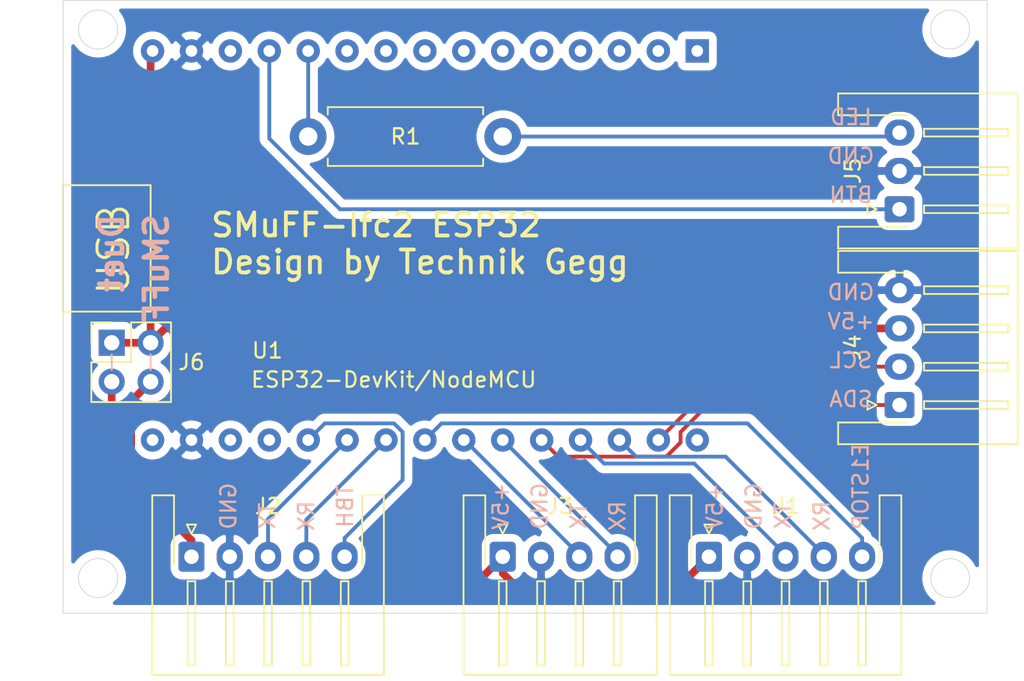
<source format=kicad_pcb>
(kicad_pcb (version 20171130) (host pcbnew "(5.1.2)-2")

  (general
    (thickness 1.6)
    (drawings 38)
    (tracks 77)
    (zones 0)
    (modules 8)
    (nets 33)
  )

  (page A4)
  (layers
    (0 F.Cu signal)
    (31 B.Cu signal hide)
    (32 B.Adhes user hide)
    (33 F.Adhes user hide)
    (34 B.Paste user hide)
    (35 F.Paste user hide)
    (36 B.SilkS user)
    (37 F.SilkS user)
    (38 B.Mask user)
    (39 F.Mask user)
    (40 Dwgs.User user hide)
    (41 Cmts.User user)
    (42 Eco1.User user)
    (43 Eco2.User user)
    (44 Edge.Cuts user)
    (45 Margin user)
    (46 B.CrtYd user)
    (47 F.CrtYd user hide)
    (48 B.Fab user)
    (49 F.Fab user hide)
  )

  (setup
    (last_trace_width 0.5)
    (user_trace_width 0.5)
    (trace_clearance 0.2)
    (zone_clearance 0.508)
    (zone_45_only no)
    (trace_min 0.2)
    (via_size 0.8)
    (via_drill 0.4)
    (via_min_size 0.4)
    (via_min_drill 0.3)
    (uvia_size 0.3)
    (uvia_drill 0.1)
    (uvias_allowed no)
    (uvia_min_size 0.2)
    (uvia_min_drill 0.1)
    (edge_width 0.05)
    (segment_width 0.2)
    (pcb_text_width 0.3)
    (pcb_text_size 1.5 1.5)
    (mod_edge_width 0.12)
    (mod_text_size 1 1)
    (mod_text_width 0.15)
    (pad_size 1.524 1.524)
    (pad_drill 0.762)
    (pad_to_mask_clearance 0.051)
    (solder_mask_min_width 0.25)
    (aux_axis_origin 0 0)
    (visible_elements 7FFFFFFF)
    (pcbplotparams
      (layerselection 0x010fc_ffffffff)
      (usegerberextensions false)
      (usegerberattributes false)
      (usegerberadvancedattributes false)
      (creategerberjobfile false)
      (excludeedgelayer true)
      (linewidth 0.100000)
      (plotframeref false)
      (viasonmask false)
      (mode 1)
      (useauxorigin false)
      (hpglpennumber 1)
      (hpglpenspeed 20)
      (hpglpendiameter 15.000000)
      (psnegative false)
      (psa4output false)
      (plotreference true)
      (plotvalue true)
      (plotinvisibletext false)
      (padsonsilk false)
      (subtractmaskfromsilk false)
      (outputformat 1)
      (mirror false)
      (drillshape 1)
      (scaleselection 1)
      (outputdirectory ""))
  )

  (net 0 "")
  (net 1 +5V)
  (net 2 GND)
  (net 3 "Net-(J1-Pad3)")
  (net 4 "Net-(J2-Pad5)")
  (net 5 "Net-(J2-Pad3)")
  (net 6 "Net-(J2-Pad1)")
  (net 7 "Net-(J5-Pad3)")
  (net 8 "Net-(J5-Pad1)")
  (net 9 "Net-(R1-Pad2)")
  (net 10 "Net-(U1-Pad30)")
  (net 11 "Net-(U1-Pad19)")
  (net 12 "Net-(U1-Pad18)")
  (net 13 "Net-(U1-Pad16)")
  (net 14 "Net-(U1-Pad13)")
  (net 15 "Net-(U1-Pad10)")
  (net 16 "Net-(U1-Pad9)")
  (net 17 "Net-(U1-Pad8)")
  (net 18 "Net-(U1-Pad7)")
  (net 19 "Net-(U1-Pad6)")
  (net 20 "Net-(U1-Pad5)")
  (net 21 "Net-(U1-Pad4)")
  (net 22 "Net-(U1-Pad3)")
  (net 23 "Net-(U1-Pad2)")
  (net 24 "Net-(U1-Pad1)")
  (net 25 "Net-(J1-Pad5)")
  (net 26 "Net-(J1-Pad4)")
  (net 27 "Net-(J2-Pad4)")
  (net 28 "Net-(J3-Pad4)")
  (net 29 "Net-(J3-Pad3)")
  (net 30 "Net-(J4-Pad2)")
  (net 31 "Net-(J4-Pad1)")
  (net 32 "Net-(J1-Pad1)")

  (net_class Default "Dies ist die voreingestellte Netzklasse."
    (clearance 0.2)
    (trace_width 0.25)
    (via_dia 0.8)
    (via_drill 0.4)
    (uvia_dia 0.3)
    (uvia_drill 0.1)
    (add_net +5V)
    (add_net GND)
    (add_net "Net-(J1-Pad1)")
    (add_net "Net-(J1-Pad3)")
    (add_net "Net-(J1-Pad4)")
    (add_net "Net-(J1-Pad5)")
    (add_net "Net-(J2-Pad1)")
    (add_net "Net-(J2-Pad3)")
    (add_net "Net-(J2-Pad4)")
    (add_net "Net-(J2-Pad5)")
    (add_net "Net-(J3-Pad3)")
    (add_net "Net-(J3-Pad4)")
    (add_net "Net-(J4-Pad1)")
    (add_net "Net-(J4-Pad2)")
    (add_net "Net-(J5-Pad1)")
    (add_net "Net-(J5-Pad3)")
    (add_net "Net-(R1-Pad2)")
    (add_net "Net-(U1-Pad1)")
    (add_net "Net-(U1-Pad10)")
    (add_net "Net-(U1-Pad13)")
    (add_net "Net-(U1-Pad16)")
    (add_net "Net-(U1-Pad18)")
    (add_net "Net-(U1-Pad19)")
    (add_net "Net-(U1-Pad2)")
    (add_net "Net-(U1-Pad3)")
    (add_net "Net-(U1-Pad30)")
    (add_net "Net-(U1-Pad4)")
    (add_net "Net-(U1-Pad5)")
    (add_net "Net-(U1-Pad6)")
    (add_net "Net-(U1-Pad7)")
    (add_net "Net-(U1-Pad8)")
    (add_net "Net-(U1-Pad9)")
  )

  (module Connector_PinHeader_2.54mm:PinHeader_2x02_P2.54mm_Vertical (layer F.Cu) (tedit 59FED5CC) (tstamp 61F09972)
    (at 106.045 97.282)
    (descr "Through hole straight pin header, 2x02, 2.54mm pitch, double rows")
    (tags "Through hole pin header THT 2x02 2.54mm double row")
    (path /61FE662A)
    (fp_text reference J6 (at 5.207 1.27) (layer F.SilkS)
      (effects (font (size 1 1) (thickness 0.15)))
    )
    (fp_text value "PWR SEL" (at 1.27 4.87) (layer F.Fab)
      (effects (font (size 1 1) (thickness 0.15)))
    )
    (fp_text user %R (at 1.27 1.27 90) (layer F.Fab)
      (effects (font (size 1 1) (thickness 0.15)))
    )
    (fp_line (start 4.35 -1.8) (end -1.8 -1.8) (layer F.CrtYd) (width 0.05))
    (fp_line (start 4.35 4.35) (end 4.35 -1.8) (layer F.CrtYd) (width 0.05))
    (fp_line (start -1.8 4.35) (end 4.35 4.35) (layer F.CrtYd) (width 0.05))
    (fp_line (start -1.8 -1.8) (end -1.8 4.35) (layer F.CrtYd) (width 0.05))
    (fp_line (start -1.33 -1.33) (end 0 -1.33) (layer F.SilkS) (width 0.12))
    (fp_line (start -1.33 0) (end -1.33 -1.33) (layer F.SilkS) (width 0.12))
    (fp_line (start 1.27 -1.33) (end 3.87 -1.33) (layer F.SilkS) (width 0.12))
    (fp_line (start 1.27 1.27) (end 1.27 -1.33) (layer F.SilkS) (width 0.12))
    (fp_line (start -1.33 1.27) (end 1.27 1.27) (layer F.SilkS) (width 0.12))
    (fp_line (start 3.87 -1.33) (end 3.87 3.87) (layer F.SilkS) (width 0.12))
    (fp_line (start -1.33 1.27) (end -1.33 3.87) (layer F.SilkS) (width 0.12))
    (fp_line (start -1.33 3.87) (end 3.87 3.87) (layer F.SilkS) (width 0.12))
    (fp_line (start -1.27 0) (end 0 -1.27) (layer F.Fab) (width 0.1))
    (fp_line (start -1.27 3.81) (end -1.27 0) (layer F.Fab) (width 0.1))
    (fp_line (start 3.81 3.81) (end -1.27 3.81) (layer F.Fab) (width 0.1))
    (fp_line (start 3.81 -1.27) (end 3.81 3.81) (layer F.Fab) (width 0.1))
    (fp_line (start 0 -1.27) (end 3.81 -1.27) (layer F.Fab) (width 0.1))
    (pad 4 thru_hole oval (at 2.54 2.54) (size 1.7 1.7) (drill 1) (layers *.Cu *.Mask)
      (net 6 "Net-(J2-Pad1)"))
    (pad 3 thru_hole oval (at 0 2.54) (size 1.7 1.7) (drill 1) (layers *.Cu *.Mask)
      (net 32 "Net-(J1-Pad1)"))
    (pad 2 thru_hole oval (at 2.54 0) (size 1.7 1.7) (drill 1) (layers *.Cu *.Mask)
      (net 1 +5V))
    (pad 1 thru_hole rect (at 0 0) (size 1.7 1.7) (drill 1) (layers *.Cu *.Mask)
      (net 1 +5V))
    (model ${KISYS3DMOD}/Connector_PinHeader_2.54mm.3dshapes/PinHeader_2x02_P2.54mm_Vertical.wrl
      (at (xyz 0 0 0))
      (scale (xyz 1 1 1))
      (rotate (xyz 0 0 0))
    )
  )

  (module esp32_devkit_v1_doit:esp32_devkit_v1_doit (layer F.Cu) (tedit 61EF9E90) (tstamp 61EF2C50)
    (at 144.272 90.932 270)
    (descr "ESPWROOM32, ESP32, 30 GPIOs version")
    (path /61F17315)
    (attr virtual)
    (fp_text reference U1 (at 6.858 28.067) (layer F.SilkS)
      (effects (font (size 1 1) (thickness 0.15)))
    )
    (fp_text value ESP32-DevKit/NodeMCU (at 8.763 19.812 180) (layer F.SilkS)
      (effects (font (size 1 1) (thickness 0.15)))
    )
    (fp_arc (start 12 43.46) (end 12 45.46) (angle -90) (layer Dwgs.User) (width 0.12))
    (fp_arc (start -12 43.46) (end -14 43.46) (angle -90) (layer Dwgs.User) (width 0.12))
    (fp_arc (start -12 -4.04) (end -12 -6.04) (angle -90) (layer Dwgs.User) (width 0.12))
    (fp_arc (start 12 -4.04) (end 14 -4.04) (angle -90) (layer Dwgs.User) (width 0.12))
    (fp_text user Enable (at -7.62 39.68 90) (layer Dwgs.User) hide
      (effects (font (size 1 1) (thickness 0.15)))
    )
    (fp_text user Boot (at 7.62 39.68 90) (layer Dwgs.User) hide
      (effects (font (size 1 1) (thickness 0.15)))
    )
    (fp_text user USB (at -0.254 37.846 90) (layer Dwgs.User) hide
      (effects (font (size 2 2) (thickness 0.15)))
    )
    (fp_circle (center 7.62 42.855) (end 7.92 42.855) (layer Dwgs.User) (width 1))
    (fp_circle (center -7.62 42.855) (end -7.32 42.855) (layer Dwgs.User) (width 1))
    (fp_line (start -6.35 40.95) (end -6.35 44.76) (layer Dwgs.User) (width 0.12))
    (fp_line (start -8.89 40.95) (end -6.35 40.95) (layer Dwgs.User) (width 0.12))
    (fp_line (start -8.89 44.76) (end -8.89 40.95) (layer Dwgs.User) (width 0.12))
    (fp_line (start -6.35 44.76) (end -8.89 44.76) (layer Dwgs.User) (width 0.12))
    (fp_line (start 6.35 44.76) (end 6.35 40.95) (layer Dwgs.User) (width 0.12))
    (fp_line (start 8.89 44.76) (end 6.35 44.76) (layer Dwgs.User) (width 0.12))
    (fp_line (start 8.89 40.95) (end 8.89 44.76) (layer Dwgs.User) (width 0.12))
    (fp_line (start 6.35 40.95) (end 8.89 40.95) (layer Dwgs.User) (width 0.12))
    (fp_circle (center -5.08 16.82) (end -4.68 16.82) (layer Dwgs.User) (width 0.8))
    (fp_line (start -7.5 18.96) (end -7.5 0.96) (layer Dwgs.User) (width 0.12))
    (fp_line (start 7.5 18.96) (end -7.5 18.96) (layer Dwgs.User) (width 0.12))
    (fp_line (start 7.5 0.96) (end 7.5 18.96) (layer Dwgs.User) (width 0.12))
    (fp_line (start -7.5 0.96) (end 7.5 0.96) (layer Dwgs.User) (width 0.12))
    (fp_line (start 5.08 -4.008) (end 5.08 -0.452) (layer Dwgs.User) (width 0.12))
    (fp_line (start 7.62 -4.008) (end 7.62 -0.452) (layer Dwgs.User) (width 0.12))
    (fp_line (start 2.54 -4.008) (end 7.62 -4.008) (layer Dwgs.User) (width 0.12))
    (fp_line (start 2.54 -1.976) (end 2.54 -4.008) (layer Dwgs.User) (width 0.12))
    (fp_line (start 0 -1.976) (end 2.54 -1.976) (layer Dwgs.User) (width 0.12))
    (fp_line (start 0 -4.008) (end 0 -1.976) (layer Dwgs.User) (width 0.12))
    (fp_line (start -2.54 -4.008) (end 0 -4.008) (layer Dwgs.User) (width 0.12))
    (fp_line (start -2.54 -1.976) (end -2.54 -4.008) (layer Dwgs.User) (width 0.12))
    (fp_line (start -5.08 -1.976) (end -2.54 -1.976) (layer Dwgs.User) (width 0.12))
    (fp_line (start -5.08 -4.008) (end -5.08 -1.976) (layer Dwgs.User) (width 0.12))
    (fp_line (start -7.62 -4.008) (end -5.08 -4.008) (layer Dwgs.User) (width 0.12))
    (fp_line (start -7.62 -0.452) (end -7.62 -4.008) (layer Dwgs.User) (width 0.12))
    (fp_line (start -8.89 0.31) (end -8.89 -4.77) (layer Dwgs.User) (width 0.12))
    (fp_line (start 8.89 0.31) (end -8.89 0.31) (layer Dwgs.User) (width 0.12))
    (fp_line (start 8.89 -4.77) (end 8.89 0.31) (layer Dwgs.User) (width 0.12))
    (fp_line (start -8.89 -4.77) (end 8.89 -4.77) (layer Dwgs.User) (width 0.12))
    (fp_line (start -4 39.46) (end 4 39.46) (layer Dwgs.User) (width 0.12))
    (fp_line (start 4 39.46) (end 4 45.46) (layer Dwgs.User) (width 0.12))
    (fp_line (start -4 39.46) (end -4 45.46) (layer Dwgs.User) (width 0.12))
    (fp_circle (center 11.7 43.46) (end 13.2 43.46) (layer Dwgs.User) (width 0.12))
    (fp_circle (center -11.7 43.46) (end -10.2 43.46) (layer Dwgs.User) (width 0.12))
    (fp_line (start -12 -6.04) (end 12 -6.04) (layer Dwgs.User) (width 0.12))
    (fp_line (start -12 45.46) (end 12 45.46) (layer Dwgs.User) (width 0.12))
    (fp_line (start -14 -4.04) (end -14 43.46) (layer Dwgs.User) (width 0.12))
    (fp_line (start 14 43.46) (end 14 -4.04) (layer Dwgs.User) (width 0.12))
    (fp_circle (center 11.7 -4.04) (end 13.2 -4.04) (layer Dwgs.User) (width 0.12))
    (fp_circle (center -11.7 -4.04) (end -10.2 -4.04) (layer Dwgs.User) (width 0.12))
    (pad 30 thru_hole circle (at 12.7 0 270) (size 1.524 1.524) (drill 0.762) (layers *.Cu *.Mask)
      (net 10 "Net-(U1-Pad30)"))
    (pad 29 thru_hole circle (at 12.7 2.54 270) (size 1.524 1.524) (drill 0.762) (layers *.Cu *.Mask)
      (net 30 "Net-(J4-Pad2)"))
    (pad 28 thru_hole circle (at 12.7 5.08 270) (size 1.524 1.524) (drill 0.762) (layers *.Cu *.Mask)
      (net 26 "Net-(J1-Pad4)"))
    (pad 27 thru_hole circle (at 12.7 7.62 270) (size 1.524 1.524) (drill 0.762) (layers *.Cu *.Mask)
      (net 3 "Net-(J1-Pad3)"))
    (pad 26 thru_hole circle (at 12.7 10.16 270) (size 1.524 1.524) (drill 0.762) (layers *.Cu *.Mask)
      (net 31 "Net-(J4-Pad1)"))
    (pad 25 thru_hole circle (at 12.7 12.7 270) (size 1.524 1.524) (drill 0.762) (layers *.Cu *.Mask)
      (net 28 "Net-(J3-Pad4)"))
    (pad 24 thru_hole circle (at 12.7 15.24 270) (size 1.524 1.524) (drill 0.762) (layers *.Cu *.Mask)
      (net 29 "Net-(J3-Pad3)"))
    (pad 23 thru_hole circle (at 12.7 17.78 270) (size 1.524 1.524) (drill 0.762) (layers *.Cu *.Mask)
      (net 25 "Net-(J1-Pad5)"))
    (pad 22 thru_hole circle (at 12.7 20.32 270) (size 1.524 1.524) (drill 0.762) (layers *.Cu *.Mask)
      (net 27 "Net-(J2-Pad4)"))
    (pad 21 thru_hole circle (at 12.7 22.86 270) (size 1.524 1.524) (drill 0.762) (layers *.Cu *.Mask)
      (net 5 "Net-(J2-Pad3)"))
    (pad 20 thru_hole circle (at 12.7 25.4 270) (size 1.524 1.524) (drill 0.762) (layers *.Cu *.Mask)
      (net 4 "Net-(J2-Pad5)"))
    (pad 19 thru_hole circle (at 12.7 27.94 270) (size 1.524 1.524) (drill 0.762) (layers *.Cu *.Mask)
      (net 11 "Net-(U1-Pad19)"))
    (pad 18 thru_hole circle (at 12.7 30.48 270) (size 1.524 1.524) (drill 0.762) (layers *.Cu *.Mask)
      (net 12 "Net-(U1-Pad18)"))
    (pad 17 thru_hole circle (at 12.7 33.02 270) (size 1.524 1.524) (drill 0.762) (layers *.Cu *.Mask)
      (net 2 GND))
    (pad 16 thru_hole circle (at 12.7 35.56 270) (size 1.524 1.524) (drill 0.762) (layers *.Cu *.Mask)
      (net 13 "Net-(U1-Pad16)"))
    (pad 15 thru_hole circle (at -12.7 35.56 270) (size 1.524 1.524) (drill 0.762) (layers *.Cu *.Mask)
      (net 1 +5V))
    (pad 14 thru_hole circle (at -12.7 33.02 270) (size 1.524 1.524) (drill 0.762) (layers *.Cu *.Mask)
      (net 2 GND))
    (pad 13 thru_hole circle (at -12.7 30.48 270) (size 1.524 1.524) (drill 0.762) (layers *.Cu *.Mask)
      (net 14 "Net-(U1-Pad13)"))
    (pad 12 thru_hole circle (at -12.7 27.94 270) (size 1.524 1.524) (drill 0.762) (layers *.Cu *.Mask)
      (net 8 "Net-(J5-Pad1)"))
    (pad 11 thru_hole circle (at -12.7 25.4 270) (size 1.524 1.524) (drill 0.762) (layers *.Cu *.Mask)
      (net 9 "Net-(R1-Pad2)"))
    (pad 10 thru_hole circle (at -12.7 22.86 270) (size 1.524 1.524) (drill 0.762) (layers *.Cu *.Mask)
      (net 15 "Net-(U1-Pad10)"))
    (pad 9 thru_hole circle (at -12.7 20.32 270) (size 1.524 1.524) (drill 0.762) (layers *.Cu *.Mask)
      (net 16 "Net-(U1-Pad9)"))
    (pad 8 thru_hole circle (at -12.7 17.78 270) (size 1.524 1.524) (drill 0.762) (layers *.Cu *.Mask)
      (net 17 "Net-(U1-Pad8)"))
    (pad 7 thru_hole circle (at -12.7 15.24 270) (size 1.524 1.524) (drill 0.762) (layers *.Cu *.Mask)
      (net 18 "Net-(U1-Pad7)"))
    (pad 6 thru_hole circle (at -12.7 12.7 270) (size 1.524 1.524) (drill 0.762) (layers *.Cu *.Mask)
      (net 19 "Net-(U1-Pad6)"))
    (pad 5 thru_hole circle (at -12.7 10.16 270) (size 1.524 1.524) (drill 0.762) (layers *.Cu *.Mask)
      (net 20 "Net-(U1-Pad5)"))
    (pad 4 thru_hole circle (at -12.7 7.62 270) (size 1.524 1.524) (drill 0.762) (layers *.Cu *.Mask)
      (net 21 "Net-(U1-Pad4)"))
    (pad 3 thru_hole circle (at -12.7 5.08 270) (size 1.524 1.524) (drill 0.762) (layers *.Cu *.Mask)
      (net 22 "Net-(U1-Pad3)"))
    (pad 2 thru_hole circle (at -12.7 2.54 270) (size 1.524 1.524) (drill 0.762) (layers *.Cu *.Mask)
      (net 23 "Net-(U1-Pad2)"))
    (pad 1 thru_hole rect (at -12.7 0 270) (size 1.524 1.524) (drill 0.762) (layers *.Cu *.Mask)
      (net 24 "Net-(U1-Pad1)"))
    (model ${VL_PACKAGES3D}/esp32_devkit_v1_doit.3dshapes/esp32_devkit_v1_doit.step
      (offset (xyz -12.7 0 10))
      (scale (xyz 1 1 1))
      (rotate (xyz 0 0 0))
    )
    (model ${KISYS3DMOD}/Connector_PinSocket_2.54mm.3dshapes/PinSocket_1x15_P2.54mm_Vertical.wrl
      (offset (xyz 12.7 0 0))
      (scale (xyz 1 1 1))
      (rotate (xyz 0 0 0))
    )
    (model ${KISYS3DMOD}/Connector_PinSocket_2.54mm.3dshapes/PinSocket_1x15_P2.54mm_Vertical.wrl
      (offset (xyz -12.7 0 0))
      (scale (xyz 1 1 1))
      (rotate (xyz 0 0 0))
    )
  )

  (module Connector_JST:JST_XH_S3B-XH-A-1_1x03_P2.50mm_Horizontal (layer F.Cu) (tedit 5C281476) (tstamp 61F08CA0)
    (at 157.48 88.566 90)
    (descr "JST XH series connector, S3B-XH-A-1 (http://www.jst-mfg.com/product/pdf/eng/eXH.pdf), generated with kicad-footprint-generator")
    (tags "connector JST XH horizontal")
    (path /61EF4691)
    (fp_text reference J5 (at 2.5 -3.048 90) (layer F.SilkS)
      (effects (font (size 1 1) (thickness 0.15)))
    )
    (fp_text value Extension (at 2.286 4.318 90) (layer F.Fab)
      (effects (font (size 1 1) (thickness 0.15)))
    )
    (fp_text user %R (at 2.5 2.794 90) (layer F.Fab)
      (effects (font (size 1 1) (thickness 0.15)))
    )
    (fp_line (start 0 -0.4) (end 0.625 0.6) (layer F.Fab) (width 0.1))
    (fp_line (start -0.625 0.6) (end 0 -0.4) (layer F.Fab) (width 0.1))
    (fp_line (start 0.3 -2.1) (end 0 -1.5) (layer F.SilkS) (width 0.12))
    (fp_line (start -0.3 -2.1) (end 0.3 -2.1) (layer F.SilkS) (width 0.12))
    (fp_line (start 0 -1.5) (end -0.3 -2.1) (layer F.SilkS) (width 0.12))
    (fp_line (start 5.25 1.6) (end 4.75 1.6) (layer F.SilkS) (width 0.12))
    (fp_line (start 5.25 7.1) (end 5.25 1.6) (layer F.SilkS) (width 0.12))
    (fp_line (start 4.75 7.1) (end 5.25 7.1) (layer F.SilkS) (width 0.12))
    (fp_line (start 4.75 1.6) (end 4.75 7.1) (layer F.SilkS) (width 0.12))
    (fp_line (start 2.75 1.6) (end 2.25 1.6) (layer F.SilkS) (width 0.12))
    (fp_line (start 2.75 7.1) (end 2.75 1.6) (layer F.SilkS) (width 0.12))
    (fp_line (start 2.25 7.1) (end 2.75 7.1) (layer F.SilkS) (width 0.12))
    (fp_line (start 2.25 1.6) (end 2.25 7.1) (layer F.SilkS) (width 0.12))
    (fp_line (start 0.25 1.6) (end -0.25 1.6) (layer F.SilkS) (width 0.12))
    (fp_line (start 0.25 7.1) (end 0.25 1.6) (layer F.SilkS) (width 0.12))
    (fp_line (start -0.25 7.1) (end 0.25 7.1) (layer F.SilkS) (width 0.12))
    (fp_line (start -0.25 1.6) (end -0.25 7.1) (layer F.SilkS) (width 0.12))
    (fp_line (start 6.25 0.6) (end 2.5 0.6) (layer F.Fab) (width 0.1))
    (fp_line (start 6.25 -3.9) (end 6.25 0.6) (layer F.Fab) (width 0.1))
    (fp_line (start 7.45 -3.9) (end 6.25 -3.9) (layer F.Fab) (width 0.1))
    (fp_line (start 7.45 7.6) (end 7.45 -3.9) (layer F.Fab) (width 0.1))
    (fp_line (start 2.5 7.6) (end 7.45 7.6) (layer F.Fab) (width 0.1))
    (fp_line (start -1.25 0.6) (end 2.5 0.6) (layer F.Fab) (width 0.1))
    (fp_line (start -1.25 -3.9) (end -1.25 0.6) (layer F.Fab) (width 0.1))
    (fp_line (start -2.45 -3.9) (end -1.25 -3.9) (layer F.Fab) (width 0.1))
    (fp_line (start -2.45 7.6) (end -2.45 -3.9) (layer F.Fab) (width 0.1))
    (fp_line (start 2.5 7.6) (end -2.45 7.6) (layer F.Fab) (width 0.1))
    (fp_line (start 6.14 -4.01) (end 6.14 0.49) (layer F.SilkS) (width 0.12))
    (fp_line (start 7.56 -4.01) (end 6.14 -4.01) (layer F.SilkS) (width 0.12))
    (fp_line (start 7.56 7.71) (end 7.56 -4.01) (layer F.SilkS) (width 0.12))
    (fp_line (start 2.5 7.71) (end 7.56 7.71) (layer F.SilkS) (width 0.12))
    (fp_line (start -1.14 -4.01) (end -1.14 0.49) (layer F.SilkS) (width 0.12))
    (fp_line (start -2.56 -4.01) (end -1.14 -4.01) (layer F.SilkS) (width 0.12))
    (fp_line (start -2.56 7.71) (end -2.56 -4.01) (layer F.SilkS) (width 0.12))
    (fp_line (start 2.5 7.71) (end -2.56 7.71) (layer F.SilkS) (width 0.12))
    (fp_line (start 7.95 -4.4) (end -2.95 -4.4) (layer F.CrtYd) (width 0.05))
    (fp_line (start 7.95 8.1) (end 7.95 -4.4) (layer F.CrtYd) (width 0.05))
    (fp_line (start -2.95 8.1) (end 7.95 8.1) (layer F.CrtYd) (width 0.05))
    (fp_line (start -2.95 -4.4) (end -2.95 8.1) (layer F.CrtYd) (width 0.05))
    (pad 3 thru_hole oval (at 5 0 90) (size 1.7 1.95) (drill 0.95) (layers *.Cu *.Mask)
      (net 7 "Net-(J5-Pad3)"))
    (pad 2 thru_hole oval (at 2.5 0 90) (size 1.7 1.95) (drill 0.95) (layers *.Cu *.Mask)
      (net 2 GND))
    (pad 1 thru_hole roundrect (at 0 0 90) (size 1.7 1.95) (drill 0.95) (layers *.Cu *.Mask) (roundrect_rratio 0.147059)
      (net 8 "Net-(J5-Pad1)"))
    (model ${KISYS3DMOD}/Connector_JST.3dshapes/JST_XH_S3B-XH-A-1_1x03_P2.50mm_Horizontal.wrl
      (at (xyz 0 0 0))
      (scale (xyz 1 1 1))
      (rotate (xyz 0 0 0))
    )
  )

  (module Connector_JST:JST_XH_S4B-XH-A-1_1x04_P2.50mm_Horizontal (layer F.Cu) (tedit 5C281476) (tstamp 61EF218F)
    (at 157.48 101.346 90)
    (descr "JST XH series connector, S4B-XH-A-1 (http://www.jst-mfg.com/product/pdf/eng/eXH.pdf), generated with kicad-footprint-generator")
    (tags "connector JST XH horizontal")
    (path /61EF0D8F)
    (fp_text reference J4 (at 3.75 -3.048 90) (layer F.SilkS)
      (effects (font (size 1 1) (thickness 0.15)))
    )
    (fp_text value "OLED I2C" (at 3.81 4.318 90) (layer F.Fab)
      (effects (font (size 1 1) (thickness 0.15)))
    )
    (fp_text user %R (at 3.81 2.794 90) (layer F.Fab)
      (effects (font (size 1 1) (thickness 0.15)))
    )
    (fp_line (start 0 -0.4) (end 0.625 0.6) (layer F.Fab) (width 0.1))
    (fp_line (start -0.625 0.6) (end 0 -0.4) (layer F.Fab) (width 0.1))
    (fp_line (start 0.3 -2.1) (end 0 -1.5) (layer F.SilkS) (width 0.12))
    (fp_line (start -0.3 -2.1) (end 0.3 -2.1) (layer F.SilkS) (width 0.12))
    (fp_line (start 0 -1.5) (end -0.3 -2.1) (layer F.SilkS) (width 0.12))
    (fp_line (start 7.75 1.6) (end 7.25 1.6) (layer F.SilkS) (width 0.12))
    (fp_line (start 7.75 7.1) (end 7.75 1.6) (layer F.SilkS) (width 0.12))
    (fp_line (start 7.25 7.1) (end 7.75 7.1) (layer F.SilkS) (width 0.12))
    (fp_line (start 7.25 1.6) (end 7.25 7.1) (layer F.SilkS) (width 0.12))
    (fp_line (start 5.25 1.6) (end 4.75 1.6) (layer F.SilkS) (width 0.12))
    (fp_line (start 5.25 7.1) (end 5.25 1.6) (layer F.SilkS) (width 0.12))
    (fp_line (start 4.75 7.1) (end 5.25 7.1) (layer F.SilkS) (width 0.12))
    (fp_line (start 4.75 1.6) (end 4.75 7.1) (layer F.SilkS) (width 0.12))
    (fp_line (start 2.75 1.6) (end 2.25 1.6) (layer F.SilkS) (width 0.12))
    (fp_line (start 2.75 7.1) (end 2.75 1.6) (layer F.SilkS) (width 0.12))
    (fp_line (start 2.25 7.1) (end 2.75 7.1) (layer F.SilkS) (width 0.12))
    (fp_line (start 2.25 1.6) (end 2.25 7.1) (layer F.SilkS) (width 0.12))
    (fp_line (start 0.25 1.6) (end -0.25 1.6) (layer F.SilkS) (width 0.12))
    (fp_line (start 0.25 7.1) (end 0.25 1.6) (layer F.SilkS) (width 0.12))
    (fp_line (start -0.25 7.1) (end 0.25 7.1) (layer F.SilkS) (width 0.12))
    (fp_line (start -0.25 1.6) (end -0.25 7.1) (layer F.SilkS) (width 0.12))
    (fp_line (start 8.75 0.6) (end 3.75 0.6) (layer F.Fab) (width 0.1))
    (fp_line (start 8.75 -3.9) (end 8.75 0.6) (layer F.Fab) (width 0.1))
    (fp_line (start 9.95 -3.9) (end 8.75 -3.9) (layer F.Fab) (width 0.1))
    (fp_line (start 9.95 7.6) (end 9.95 -3.9) (layer F.Fab) (width 0.1))
    (fp_line (start 3.75 7.6) (end 9.95 7.6) (layer F.Fab) (width 0.1))
    (fp_line (start -1.25 0.6) (end 3.75 0.6) (layer F.Fab) (width 0.1))
    (fp_line (start -1.25 -3.9) (end -1.25 0.6) (layer F.Fab) (width 0.1))
    (fp_line (start -2.45 -3.9) (end -1.25 -3.9) (layer F.Fab) (width 0.1))
    (fp_line (start -2.45 7.6) (end -2.45 -3.9) (layer F.Fab) (width 0.1))
    (fp_line (start 3.75 7.6) (end -2.45 7.6) (layer F.Fab) (width 0.1))
    (fp_line (start 8.64 -4.01) (end 8.64 0.49) (layer F.SilkS) (width 0.12))
    (fp_line (start 10.06 -4.01) (end 8.64 -4.01) (layer F.SilkS) (width 0.12))
    (fp_line (start 10.06 7.71) (end 10.06 -4.01) (layer F.SilkS) (width 0.12))
    (fp_line (start 3.75 7.71) (end 10.06 7.71) (layer F.SilkS) (width 0.12))
    (fp_line (start -1.14 -4.01) (end -1.14 0.49) (layer F.SilkS) (width 0.12))
    (fp_line (start -2.56 -4.01) (end -1.14 -4.01) (layer F.SilkS) (width 0.12))
    (fp_line (start -2.56 7.71) (end -2.56 -4.01) (layer F.SilkS) (width 0.12))
    (fp_line (start 3.75 7.71) (end -2.56 7.71) (layer F.SilkS) (width 0.12))
    (fp_line (start 10.45 -4.4) (end -2.95 -4.4) (layer F.CrtYd) (width 0.05))
    (fp_line (start 10.45 8.1) (end 10.45 -4.4) (layer F.CrtYd) (width 0.05))
    (fp_line (start -2.95 8.1) (end 10.45 8.1) (layer F.CrtYd) (width 0.05))
    (fp_line (start -2.95 -4.4) (end -2.95 8.1) (layer F.CrtYd) (width 0.05))
    (pad 4 thru_hole oval (at 7.5 0 90) (size 1.7 1.95) (drill 0.95) (layers *.Cu *.Mask)
      (net 2 GND))
    (pad 3 thru_hole oval (at 5 0 90) (size 1.7 1.95) (drill 0.95) (layers *.Cu *.Mask)
      (net 1 +5V))
    (pad 2 thru_hole oval (at 2.5 0 90) (size 1.7 1.95) (drill 0.95) (layers *.Cu *.Mask)
      (net 30 "Net-(J4-Pad2)"))
    (pad 1 thru_hole roundrect (at 0 0 90) (size 1.7 1.95) (drill 0.95) (layers *.Cu *.Mask) (roundrect_rratio 0.147059)
      (net 31 "Net-(J4-Pad1)"))
    (model ${KISYS3DMOD}/Connector_JST.3dshapes/JST_XH_S4B-XH-A-1_1x04_P2.50mm_Horizontal.wrl
      (at (xyz 0 0 0))
      (scale (xyz 1 1 1))
      (rotate (xyz 0 0 0))
    )
  )

  (module Connector_JST:JST_XH_S4B-XH-A-1_1x04_P2.50mm_Horizontal (layer F.Cu) (tedit 5C281476) (tstamp 61EF222E)
    (at 131.572 111.252)
    (descr "JST XH series connector, S4B-XH-A-1 (http://www.jst-mfg.com/product/pdf/eng/eXH.pdf), generated with kicad-footprint-generator")
    (tags "connector JST XH horizontal")
    (path /61EEDD69)
    (fp_text reference J3 (at 3.75 -3.302) (layer F.SilkS)
      (effects (font (size 1 1) (thickness 0.15)))
    )
    (fp_text value PanelDue (at 3.81 2.794) (layer F.Fab)
      (effects (font (size 1 1) (thickness 0.15)))
    )
    (fp_text user %R (at 9.144 2.54) (layer F.Fab)
      (effects (font (size 1 1) (thickness 0.15)))
    )
    (fp_line (start 0 -0.4) (end 0.625 0.6) (layer F.Fab) (width 0.1))
    (fp_line (start -0.625 0.6) (end 0 -0.4) (layer F.Fab) (width 0.1))
    (fp_line (start 0.3 -2.1) (end 0 -1.5) (layer F.SilkS) (width 0.12))
    (fp_line (start -0.3 -2.1) (end 0.3 -2.1) (layer F.SilkS) (width 0.12))
    (fp_line (start 0 -1.5) (end -0.3 -2.1) (layer F.SilkS) (width 0.12))
    (fp_line (start 7.75 1.6) (end 7.25 1.6) (layer F.SilkS) (width 0.12))
    (fp_line (start 7.75 7.1) (end 7.75 1.6) (layer F.SilkS) (width 0.12))
    (fp_line (start 7.25 7.1) (end 7.75 7.1) (layer F.SilkS) (width 0.12))
    (fp_line (start 7.25 1.6) (end 7.25 7.1) (layer F.SilkS) (width 0.12))
    (fp_line (start 5.25 1.6) (end 4.75 1.6) (layer F.SilkS) (width 0.12))
    (fp_line (start 5.25 7.1) (end 5.25 1.6) (layer F.SilkS) (width 0.12))
    (fp_line (start 4.75 7.1) (end 5.25 7.1) (layer F.SilkS) (width 0.12))
    (fp_line (start 4.75 1.6) (end 4.75 7.1) (layer F.SilkS) (width 0.12))
    (fp_line (start 2.75 1.6) (end 2.25 1.6) (layer F.SilkS) (width 0.12))
    (fp_line (start 2.75 7.1) (end 2.75 1.6) (layer F.SilkS) (width 0.12))
    (fp_line (start 2.25 7.1) (end 2.75 7.1) (layer F.SilkS) (width 0.12))
    (fp_line (start 2.25 1.6) (end 2.25 7.1) (layer F.SilkS) (width 0.12))
    (fp_line (start 0.25 1.6) (end -0.25 1.6) (layer F.SilkS) (width 0.12))
    (fp_line (start 0.25 7.1) (end 0.25 1.6) (layer F.SilkS) (width 0.12))
    (fp_line (start -0.25 7.1) (end 0.25 7.1) (layer F.SilkS) (width 0.12))
    (fp_line (start -0.25 1.6) (end -0.25 7.1) (layer F.SilkS) (width 0.12))
    (fp_line (start 8.75 0.6) (end 3.75 0.6) (layer F.Fab) (width 0.1))
    (fp_line (start 8.75 -3.9) (end 8.75 0.6) (layer F.Fab) (width 0.1))
    (fp_line (start 9.95 -3.9) (end 8.75 -3.9) (layer F.Fab) (width 0.1))
    (fp_line (start 9.95 7.6) (end 9.95 -3.9) (layer F.Fab) (width 0.1))
    (fp_line (start 3.75 7.6) (end 9.95 7.6) (layer F.Fab) (width 0.1))
    (fp_line (start -1.25 0.6) (end 3.75 0.6) (layer F.Fab) (width 0.1))
    (fp_line (start -1.25 -3.9) (end -1.25 0.6) (layer F.Fab) (width 0.1))
    (fp_line (start -2.45 -3.9) (end -1.25 -3.9) (layer F.Fab) (width 0.1))
    (fp_line (start -2.45 7.6) (end -2.45 -3.9) (layer F.Fab) (width 0.1))
    (fp_line (start 3.75 7.6) (end -2.45 7.6) (layer F.Fab) (width 0.1))
    (fp_line (start 8.64 -4.01) (end 8.64 0.49) (layer F.SilkS) (width 0.12))
    (fp_line (start 10.06 -4.01) (end 8.64 -4.01) (layer F.SilkS) (width 0.12))
    (fp_line (start 10.06 7.71) (end 10.06 -4.01) (layer F.SilkS) (width 0.12))
    (fp_line (start 3.75 7.71) (end 10.06 7.71) (layer F.SilkS) (width 0.12))
    (fp_line (start -1.14 -4.01) (end -1.14 0.49) (layer F.SilkS) (width 0.12))
    (fp_line (start -2.56 -4.01) (end -1.14 -4.01) (layer F.SilkS) (width 0.12))
    (fp_line (start -2.56 7.71) (end -2.56 -4.01) (layer F.SilkS) (width 0.12))
    (fp_line (start 3.75 7.71) (end -2.56 7.71) (layer F.SilkS) (width 0.12))
    (fp_line (start 10.45 -4.4) (end -2.95 -4.4) (layer F.CrtYd) (width 0.05))
    (fp_line (start 10.45 8.1) (end 10.45 -4.4) (layer F.CrtYd) (width 0.05))
    (fp_line (start -2.95 8.1) (end 10.45 8.1) (layer F.CrtYd) (width 0.05))
    (fp_line (start -2.95 -4.4) (end -2.95 8.1) (layer F.CrtYd) (width 0.05))
    (pad 4 thru_hole oval (at 7.5 0) (size 1.7 1.95) (drill 0.95) (layers *.Cu *.Mask)
      (net 28 "Net-(J3-Pad4)"))
    (pad 3 thru_hole oval (at 5 0) (size 1.7 1.95) (drill 0.95) (layers *.Cu *.Mask)
      (net 29 "Net-(J3-Pad3)"))
    (pad 2 thru_hole oval (at 2.5 0) (size 1.7 1.95) (drill 0.95) (layers *.Cu *.Mask)
      (net 2 GND))
    (pad 1 thru_hole roundrect (at 0 0) (size 1.7 1.95) (drill 0.95) (layers *.Cu *.Mask) (roundrect_rratio 0.147059)
      (net 32 "Net-(J1-Pad1)"))
    (model ${KISYS3DMOD}/Connector_JST.3dshapes/JST_XH_S4B-XH-A-1_1x04_P2.50mm_Horizontal.wrl
      (at (xyz 0 0 0))
      (scale (xyz 1 1 1))
      (rotate (xyz 0 0 0))
    )
  )

  (module Resistor_THT:R_Axial_DIN0411_L9.9mm_D3.6mm_P12.70mm_Horizontal (layer F.Cu) (tedit 5AE5139B) (tstamp 61EF22AE)
    (at 131.572 83.82 180)
    (descr "Resistor, Axial_DIN0411 series, Axial, Horizontal, pin pitch=12.7mm, 1W, length*diameter=9.9*3.6mm^2")
    (tags "Resistor Axial_DIN0411 series Axial Horizontal pin pitch 12.7mm 1W length 9.9mm diameter 3.6mm")
    (path /61EF6F94)
    (fp_text reference R1 (at 6.35 0) (layer F.SilkS)
      (effects (font (size 1 1) (thickness 0.15)))
    )
    (fp_text value 330R (at 6.35 2.92) (layer F.Fab)
      (effects (font (size 1 1) (thickness 0.15)))
    )
    (fp_text user %R (at 6.35 0) (layer F.Fab)
      (effects (font (size 1 1) (thickness 0.15)))
    )
    (fp_line (start 14.15 -2.05) (end -1.45 -2.05) (layer F.CrtYd) (width 0.05))
    (fp_line (start 14.15 2.05) (end 14.15 -2.05) (layer F.CrtYd) (width 0.05))
    (fp_line (start -1.45 2.05) (end 14.15 2.05) (layer F.CrtYd) (width 0.05))
    (fp_line (start -1.45 -2.05) (end -1.45 2.05) (layer F.CrtYd) (width 0.05))
    (fp_line (start 11.42 1.92) (end 11.42 1.44) (layer F.SilkS) (width 0.12))
    (fp_line (start 1.28 1.92) (end 11.42 1.92) (layer F.SilkS) (width 0.12))
    (fp_line (start 1.28 1.44) (end 1.28 1.92) (layer F.SilkS) (width 0.12))
    (fp_line (start 11.42 -1.92) (end 11.42 -1.44) (layer F.SilkS) (width 0.12))
    (fp_line (start 1.28 -1.92) (end 11.42 -1.92) (layer F.SilkS) (width 0.12))
    (fp_line (start 1.28 -1.44) (end 1.28 -1.92) (layer F.SilkS) (width 0.12))
    (fp_line (start 12.7 0) (end 11.3 0) (layer F.Fab) (width 0.1))
    (fp_line (start 0 0) (end 1.4 0) (layer F.Fab) (width 0.1))
    (fp_line (start 11.3 -1.8) (end 1.4 -1.8) (layer F.Fab) (width 0.1))
    (fp_line (start 11.3 1.8) (end 11.3 -1.8) (layer F.Fab) (width 0.1))
    (fp_line (start 1.4 1.8) (end 11.3 1.8) (layer F.Fab) (width 0.1))
    (fp_line (start 1.4 -1.8) (end 1.4 1.8) (layer F.Fab) (width 0.1))
    (pad 2 thru_hole oval (at 12.7 0 180) (size 2.4 2.4) (drill 1.2) (layers *.Cu *.Mask)
      (net 9 "Net-(R1-Pad2)"))
    (pad 1 thru_hole circle (at 0 0 180) (size 2.4 2.4) (drill 1.2) (layers *.Cu *.Mask)
      (net 7 "Net-(J5-Pad3)"))
    (model ${KISYS3DMOD}/Resistor_THT.3dshapes/R_Axial_DIN0411_L9.9mm_D3.6mm_P12.70mm_Horizontal.wrl
      (at (xyz 0 0 0))
      (scale (xyz 1 1 1))
      (rotate (xyz 0 0 0))
    )
  )

  (module Connector_JST:JST_XH_S5B-XH-A-1_1x05_P2.50mm_Horizontal (layer F.Cu) (tedit 5C281476) (tstamp 61EF2312)
    (at 111.252 111.252)
    (descr "JST XH series connector, S5B-XH-A-1 (http://www.jst-mfg.com/product/pdf/eng/eXH.pdf), generated with kicad-footprint-generator")
    (tags "connector JST XH horizontal")
    (path /61EEB8ED)
    (fp_text reference J2 (at 5 -3.302) (layer F.SilkS)
      (effects (font (size 1 1) (thickness 0.15)))
    )
    (fp_text value SMuFF (at 4.826 2.794) (layer F.Fab)
      (effects (font (size 1 1) (thickness 0.15)))
    )
    (fp_text user %R (at 11.176 2.54) (layer F.Fab)
      (effects (font (size 1 1) (thickness 0.15)))
    )
    (fp_line (start 0 -0.4) (end 0.625 0.6) (layer F.Fab) (width 0.1))
    (fp_line (start -0.625 0.6) (end 0 -0.4) (layer F.Fab) (width 0.1))
    (fp_line (start 0.3 -2.1) (end 0 -1.5) (layer F.SilkS) (width 0.12))
    (fp_line (start -0.3 -2.1) (end 0.3 -2.1) (layer F.SilkS) (width 0.12))
    (fp_line (start 0 -1.5) (end -0.3 -2.1) (layer F.SilkS) (width 0.12))
    (fp_line (start 10.25 1.6) (end 9.75 1.6) (layer F.SilkS) (width 0.12))
    (fp_line (start 10.25 7.1) (end 10.25 1.6) (layer F.SilkS) (width 0.12))
    (fp_line (start 9.75 7.1) (end 10.25 7.1) (layer F.SilkS) (width 0.12))
    (fp_line (start 9.75 1.6) (end 9.75 7.1) (layer F.SilkS) (width 0.12))
    (fp_line (start 7.75 1.6) (end 7.25 1.6) (layer F.SilkS) (width 0.12))
    (fp_line (start 7.75 7.1) (end 7.75 1.6) (layer F.SilkS) (width 0.12))
    (fp_line (start 7.25 7.1) (end 7.75 7.1) (layer F.SilkS) (width 0.12))
    (fp_line (start 7.25 1.6) (end 7.25 7.1) (layer F.SilkS) (width 0.12))
    (fp_line (start 5.25 1.6) (end 4.75 1.6) (layer F.SilkS) (width 0.12))
    (fp_line (start 5.25 7.1) (end 5.25 1.6) (layer F.SilkS) (width 0.12))
    (fp_line (start 4.75 7.1) (end 5.25 7.1) (layer F.SilkS) (width 0.12))
    (fp_line (start 4.75 1.6) (end 4.75 7.1) (layer F.SilkS) (width 0.12))
    (fp_line (start 2.75 1.6) (end 2.25 1.6) (layer F.SilkS) (width 0.12))
    (fp_line (start 2.75 7.1) (end 2.75 1.6) (layer F.SilkS) (width 0.12))
    (fp_line (start 2.25 7.1) (end 2.75 7.1) (layer F.SilkS) (width 0.12))
    (fp_line (start 2.25 1.6) (end 2.25 7.1) (layer F.SilkS) (width 0.12))
    (fp_line (start 0.25 1.6) (end -0.25 1.6) (layer F.SilkS) (width 0.12))
    (fp_line (start 0.25 7.1) (end 0.25 1.6) (layer F.SilkS) (width 0.12))
    (fp_line (start -0.25 7.1) (end 0.25 7.1) (layer F.SilkS) (width 0.12))
    (fp_line (start -0.25 1.6) (end -0.25 7.1) (layer F.SilkS) (width 0.12))
    (fp_line (start 11.25 0.6) (end 5 0.6) (layer F.Fab) (width 0.1))
    (fp_line (start 11.25 -3.9) (end 11.25 0.6) (layer F.Fab) (width 0.1))
    (fp_line (start 12.45 -3.9) (end 11.25 -3.9) (layer F.Fab) (width 0.1))
    (fp_line (start 12.45 7.6) (end 12.45 -3.9) (layer F.Fab) (width 0.1))
    (fp_line (start 5 7.6) (end 12.45 7.6) (layer F.Fab) (width 0.1))
    (fp_line (start -1.25 0.6) (end 5 0.6) (layer F.Fab) (width 0.1))
    (fp_line (start -1.25 -3.9) (end -1.25 0.6) (layer F.Fab) (width 0.1))
    (fp_line (start -2.45 -3.9) (end -1.25 -3.9) (layer F.Fab) (width 0.1))
    (fp_line (start -2.45 7.6) (end -2.45 -3.9) (layer F.Fab) (width 0.1))
    (fp_line (start 5 7.6) (end -2.45 7.6) (layer F.Fab) (width 0.1))
    (fp_line (start 11.14 -4.01) (end 11.14 0.49) (layer F.SilkS) (width 0.12))
    (fp_line (start 12.56 -4.01) (end 11.14 -4.01) (layer F.SilkS) (width 0.12))
    (fp_line (start 12.56 7.71) (end 12.56 -4.01) (layer F.SilkS) (width 0.12))
    (fp_line (start 5 7.71) (end 12.56 7.71) (layer F.SilkS) (width 0.12))
    (fp_line (start -1.14 -4.01) (end -1.14 0.49) (layer F.SilkS) (width 0.12))
    (fp_line (start -2.56 -4.01) (end -1.14 -4.01) (layer F.SilkS) (width 0.12))
    (fp_line (start -2.56 7.71) (end -2.56 -4.01) (layer F.SilkS) (width 0.12))
    (fp_line (start 5 7.71) (end -2.56 7.71) (layer F.SilkS) (width 0.12))
    (fp_line (start 12.95 -4.4) (end -2.95 -4.4) (layer F.CrtYd) (width 0.05))
    (fp_line (start 12.95 8.1) (end 12.95 -4.4) (layer F.CrtYd) (width 0.05))
    (fp_line (start -2.95 8.1) (end 12.95 8.1) (layer F.CrtYd) (width 0.05))
    (fp_line (start -2.95 -4.4) (end -2.95 8.1) (layer F.CrtYd) (width 0.05))
    (pad 5 thru_hole oval (at 10 0) (size 1.7 1.95) (drill 0.95) (layers *.Cu *.Mask)
      (net 4 "Net-(J2-Pad5)"))
    (pad 4 thru_hole oval (at 7.5 0) (size 1.7 1.95) (drill 0.95) (layers *.Cu *.Mask)
      (net 27 "Net-(J2-Pad4)"))
    (pad 3 thru_hole oval (at 5 0) (size 1.7 1.95) (drill 0.95) (layers *.Cu *.Mask)
      (net 5 "Net-(J2-Pad3)"))
    (pad 2 thru_hole oval (at 2.5 0) (size 1.7 1.95) (drill 0.95) (layers *.Cu *.Mask)
      (net 2 GND))
    (pad 1 thru_hole roundrect (at 0 0) (size 1.7 1.95) (drill 0.95) (layers *.Cu *.Mask) (roundrect_rratio 0.147059)
      (net 6 "Net-(J2-Pad1)"))
    (model ${KISYS3DMOD}/Connector_JST.3dshapes/JST_XH_S5B-XH-A-1_1x05_P2.50mm_Horizontal.wrl
      (at (xyz 0 0 0))
      (scale (xyz 1 1 1))
      (rotate (xyz 0 0 0))
    )
  )

  (module Connector_JST:JST_XH_S5B-XH-A-1_1x05_P2.50mm_Horizontal (layer F.Cu) (tedit 5C281476) (tstamp 61EF20EA)
    (at 145.034 111.252)
    (descr "JST XH series connector, S5B-XH-A-1 (http://www.jst-mfg.com/product/pdf/eng/eXH.pdf), generated with kicad-footprint-generator")
    (tags "connector JST XH horizontal")
    (path /61EE9990)
    (fp_text reference J1 (at 5.08 -3.302) (layer F.SilkS)
      (effects (font (size 1 1) (thickness 0.15)))
    )
    (fp_text value DUET/RRF (at 4.826 2.794) (layer F.Fab)
      (effects (font (size 1 1) (thickness 0.15)))
    )
    (fp_text user %R (at 11.43 2.54) (layer F.Fab)
      (effects (font (size 1 1) (thickness 0.15)))
    )
    (fp_line (start 0 -0.4) (end 0.625 0.6) (layer F.Fab) (width 0.1))
    (fp_line (start -0.625 0.6) (end 0 -0.4) (layer F.Fab) (width 0.1))
    (fp_line (start 0.3 -2.1) (end 0 -1.5) (layer F.SilkS) (width 0.12))
    (fp_line (start -0.3 -2.1) (end 0.3 -2.1) (layer F.SilkS) (width 0.12))
    (fp_line (start 0 -1.5) (end -0.3 -2.1) (layer F.SilkS) (width 0.12))
    (fp_line (start 10.25 1.6) (end 9.75 1.6) (layer F.SilkS) (width 0.12))
    (fp_line (start 10.25 7.1) (end 10.25 1.6) (layer F.SilkS) (width 0.12))
    (fp_line (start 9.75 7.1) (end 10.25 7.1) (layer F.SilkS) (width 0.12))
    (fp_line (start 9.75 1.6) (end 9.75 7.1) (layer F.SilkS) (width 0.12))
    (fp_line (start 7.75 1.6) (end 7.25 1.6) (layer F.SilkS) (width 0.12))
    (fp_line (start 7.75 7.1) (end 7.75 1.6) (layer F.SilkS) (width 0.12))
    (fp_line (start 7.25 7.1) (end 7.75 7.1) (layer F.SilkS) (width 0.12))
    (fp_line (start 7.25 1.6) (end 7.25 7.1) (layer F.SilkS) (width 0.12))
    (fp_line (start 5.25 1.6) (end 4.75 1.6) (layer F.SilkS) (width 0.12))
    (fp_line (start 5.25 7.1) (end 5.25 1.6) (layer F.SilkS) (width 0.12))
    (fp_line (start 4.75 7.1) (end 5.25 7.1) (layer F.SilkS) (width 0.12))
    (fp_line (start 4.75 1.6) (end 4.75 7.1) (layer F.SilkS) (width 0.12))
    (fp_line (start 2.75 1.6) (end 2.25 1.6) (layer F.SilkS) (width 0.12))
    (fp_line (start 2.75 7.1) (end 2.75 1.6) (layer F.SilkS) (width 0.12))
    (fp_line (start 2.25 7.1) (end 2.75 7.1) (layer F.SilkS) (width 0.12))
    (fp_line (start 2.25 1.6) (end 2.25 7.1) (layer F.SilkS) (width 0.12))
    (fp_line (start 0.25 1.6) (end -0.25 1.6) (layer F.SilkS) (width 0.12))
    (fp_line (start 0.25 7.1) (end 0.25 1.6) (layer F.SilkS) (width 0.12))
    (fp_line (start -0.25 7.1) (end 0.25 7.1) (layer F.SilkS) (width 0.12))
    (fp_line (start -0.25 1.6) (end -0.25 7.1) (layer F.SilkS) (width 0.12))
    (fp_line (start 11.25 0.6) (end 5 0.6) (layer F.Fab) (width 0.1))
    (fp_line (start 11.25 -3.9) (end 11.25 0.6) (layer F.Fab) (width 0.1))
    (fp_line (start 12.45 -3.9) (end 11.25 -3.9) (layer F.Fab) (width 0.1))
    (fp_line (start 12.45 7.6) (end 12.45 -3.9) (layer F.Fab) (width 0.1))
    (fp_line (start 5 7.6) (end 12.45 7.6) (layer F.Fab) (width 0.1))
    (fp_line (start -1.25 0.6) (end 5 0.6) (layer F.Fab) (width 0.1))
    (fp_line (start -1.25 -3.9) (end -1.25 0.6) (layer F.Fab) (width 0.1))
    (fp_line (start -2.45 -3.9) (end -1.25 -3.9) (layer F.Fab) (width 0.1))
    (fp_line (start -2.45 7.6) (end -2.45 -3.9) (layer F.Fab) (width 0.1))
    (fp_line (start 5 7.6) (end -2.45 7.6) (layer F.Fab) (width 0.1))
    (fp_line (start 11.14 -4.01) (end 11.14 0.49) (layer F.SilkS) (width 0.12))
    (fp_line (start 12.56 -4.01) (end 11.14 -4.01) (layer F.SilkS) (width 0.12))
    (fp_line (start 12.56 7.71) (end 12.56 -4.01) (layer F.SilkS) (width 0.12))
    (fp_line (start 5 7.71) (end 12.56 7.71) (layer F.SilkS) (width 0.12))
    (fp_line (start -1.14 -4.01) (end -1.14 0.49) (layer F.SilkS) (width 0.12))
    (fp_line (start -2.56 -4.01) (end -1.14 -4.01) (layer F.SilkS) (width 0.12))
    (fp_line (start -2.56 7.71) (end -2.56 -4.01) (layer F.SilkS) (width 0.12))
    (fp_line (start 5 7.71) (end -2.56 7.71) (layer F.SilkS) (width 0.12))
    (fp_line (start 12.95 -4.4) (end -2.95 -4.4) (layer F.CrtYd) (width 0.05))
    (fp_line (start 12.95 8.1) (end 12.95 -4.4) (layer F.CrtYd) (width 0.05))
    (fp_line (start -2.95 8.1) (end 12.95 8.1) (layer F.CrtYd) (width 0.05))
    (fp_line (start -2.95 -4.4) (end -2.95 8.1) (layer F.CrtYd) (width 0.05))
    (pad 5 thru_hole oval (at 10 0) (size 1.7 1.95) (drill 0.95) (layers *.Cu *.Mask)
      (net 25 "Net-(J1-Pad5)"))
    (pad 4 thru_hole oval (at 7.5 0) (size 1.7 1.95) (drill 0.95) (layers *.Cu *.Mask)
      (net 26 "Net-(J1-Pad4)"))
    (pad 3 thru_hole oval (at 5 0) (size 1.7 1.95) (drill 0.95) (layers *.Cu *.Mask)
      (net 3 "Net-(J1-Pad3)"))
    (pad 2 thru_hole oval (at 2.5 0) (size 1.7 1.95) (drill 0.95) (layers *.Cu *.Mask)
      (net 2 GND))
    (pad 1 thru_hole roundrect (at 0 0) (size 1.7 1.95) (drill 0.95) (layers *.Cu *.Mask) (roundrect_rratio 0.147059)
      (net 32 "Net-(J1-Pad1)"))
    (model ${KISYS3DMOD}/Connector_JST.3dshapes/JST_XH_S5B-XH-A-1_1x05_P2.50mm_Horizontal.wrl
      (at (xyz 0 0 0))
      (scale (xyz 1 1 1))
      (rotate (xyz 0 0 0))
    )
  )

  (gr_line (start 108.585 98.044) (end 108.585 99.06) (layer B.SilkS) (width 0.12))
  (gr_line (start 106.045 98.044) (end 106.045 99.06) (layer B.SilkS) (width 0.12))
  (gr_text Duet (at 106.045 91.44 90) (layer B.SilkS)
    (effects (font (size 1.5 1.5) (thickness 0.3)) (justify mirror))
  )
  (gr_text SMuFF (at 108.966 92.456 90) (layer B.SilkS)
    (effects (font (size 1.5 1.5) (thickness 0.3)) (justify mirror))
  )
  (gr_line (start 108.585 86.995) (end 108.585 95.25) (layer F.SilkS) (width 0.12) (tstamp 61F0782C))
  (gr_line (start 102.87 95.25) (end 102.87 86.995) (layer F.SilkS) (width 0.12) (tstamp 61F0782B))
  (gr_line (start 108.585 95.25) (end 102.87 95.25) (layer F.SilkS) (width 0.12))
  (gr_line (start 102.87 86.995) (end 108.585 86.995) (layer F.SilkS) (width 0.12))
  (gr_text USB (at 106.172 91.186 90) (layer F.SilkS)
    (effects (font (size 2 2) (thickness 0.2)))
  )
  (gr_text "SMuFF-Ifc2 ESP32\nDesign by Technik Gegg" (at 112.395 90.805) (layer F.SilkS)
    (effects (font (size 1.5 1.5) (thickness 0.25)) (justify left))
  )
  (gr_text BTN (at 154.305 87.63) (layer B.SilkS)
    (effects (font (size 1 1) (thickness 0.15)) (justify mirror))
  )
  (gr_text LED (at 154.305 82.55) (layer B.SilkS)
    (effects (font (size 1 1) (thickness 0.15)) (justify mirror))
  )
  (gr_text GND (at 154.305 85.09) (layer B.SilkS)
    (effects (font (size 1 1) (thickness 0.15)) (justify mirror))
  )
  (gr_text SDA (at 154.305 100.965) (layer B.SilkS)
    (effects (font (size 1 1) (thickness 0.15)) (justify mirror))
  )
  (gr_text SCL (at 154.305 98.425) (layer B.SilkS)
    (effects (font (size 1 1) (thickness 0.15)) (justify mirror))
  )
  (gr_text +5V (at 154.305 95.885) (layer B.SilkS)
    (effects (font (size 1 1) (thickness 0.15)) (justify mirror))
  )
  (gr_text GND (at 154.305 93.98) (layer B.SilkS)
    (effects (font (size 1 1) (thickness 0.15)) (justify mirror))
  )
  (gr_text +5V (at 131.445 107.95 90) (layer B.SilkS)
    (effects (font (size 1 1) (thickness 0.15)) (justify mirror))
  )
  (gr_text GND (at 133.985 107.95 90) (layer B.SilkS)
    (effects (font (size 1 1) (thickness 0.15)) (justify mirror))
  )
  (gr_text TX (at 136.525 108.585 90) (layer B.SilkS)
    (effects (font (size 1 1) (thickness 0.15)) (justify mirror))
  )
  (gr_text RX (at 139.065 108.585 90) (layer B.SilkS)
    (effects (font (size 1 1) (thickness 0.15)) (justify mirror))
  )
  (gr_text +5V (at 145.415 107.95 90) (layer B.SilkS)
    (effects (font (size 1 1) (thickness 0.15)) (justify mirror))
  )
  (gr_text GND (at 147.955 107.95 90) (layer B.SilkS)
    (effects (font (size 1 1) (thickness 0.15)) (justify mirror))
  )
  (gr_text TX (at 149.86 108.585 90) (layer B.SilkS)
    (effects (font (size 1 1) (thickness 0.15)) (justify mirror))
  )
  (gr_text RX (at 152.4 108.585 90) (layer B.SilkS)
    (effects (font (size 1 1) (thickness 0.15)) (justify mirror))
  )
  (gr_text E1STOP (at 154.94 106.68 90) (layer B.SilkS) (tstamp 61F04EE8)
    (effects (font (size 1 1) (thickness 0.15)) (justify mirror))
  )
  (gr_text GND (at 113.665 107.95 90) (layer B.SilkS)
    (effects (font (size 1 1) (thickness 0.15)) (justify mirror))
  )
  (gr_text TX (at 116.205 108.585 90) (layer B.SilkS)
    (effects (font (size 1 1) (thickness 0.15)) (justify mirror))
  )
  (gr_text RX (at 118.745 108.585 90) (layer B.SilkS)
    (effects (font (size 1 1) (thickness 0.15)) (justify mirror))
  )
  (gr_text TBH (at 121.285 107.95 90) (layer B.SilkS)
    (effects (font (size 1 1) (thickness 0.15)) (justify mirror))
  )
  (gr_line (start 163.195 114.935) (end 163.195 74.93) (layer Edge.Cuts) (width 0.05) (tstamp 61EEC2D7))
  (gr_line (start 102.87 74.93) (end 102.87 114.935) (layer Edge.Cuts) (width 0.05) (tstamp 61EEC2D6))
  (gr_circle (center 105.156 112.649) (end 106.426 112.776) (layer Edge.Cuts) (width 0.05) (tstamp 61EEC2D5))
  (gr_circle (center 160.782 112.649) (end 162.052 112.649) (layer Edge.Cuts) (width 0.05) (tstamp 61EEC2D4))
  (gr_circle (center 105.156 76.835) (end 106.426 76.962) (layer Edge.Cuts) (width 0.05) (tstamp 61EEC2D3))
  (gr_circle (center 160.782 76.835) (end 162.052 76.835) (layer Edge.Cuts) (width 0.05) (tstamp 61EEC2D2))
  (gr_line (start 163.195 74.93) (end 102.87 74.93) (layer Edge.Cuts) (width 0.05) (tstamp 61EEC2D1))
  (gr_line (start 102.87 114.935) (end 163.195 114.935) (layer Edge.Cuts) (width 0.05) (tstamp 61EEC2D0))

  (segment (start 106.045 97.282) (end 108.585 97.282) (width 0.5) (layer F.Cu) (net 1))
  (segment (start 108.585 78.359) (end 108.712 78.232) (width 0.5) (layer F.Cu) (net 1))
  (segment (start 108.585 97.282) (end 108.585 78.359) (width 0.5) (layer F.Cu) (net 1))
  (segment (start 157.48 96.092) (end 157.605 96.092) (width 0.25) (layer B.Cu) (net 1))
  (segment (start 144.135628 112.150372) (end 145.034 111.252) (width 0.5) (layer F.Cu) (net 32))
  (segment (start 143.256 113.03) (end 144.135628 112.150372) (width 0.5) (layer F.Cu) (net 32))
  (segment (start 132.275 113.03) (end 143.256 113.03) (width 0.5) (layer F.Cu) (net 32))
  (segment (start 131.572 111.252) (end 131.572 112.327) (width 0.5) (layer F.Cu) (net 32))
  (segment (start 131.572 112.327) (end 132.275 113.03) (width 0.5) (layer F.Cu) (net 32))
  (segment (start 157.605 96.092) (end 157.48 96.092) (width 0.5) (layer F.Cu) (net 1))
  (segment (start 109.521 96.346) (end 108.585 97.282) (width 0.5) (layer F.Cu) (net 1))
  (segment (start 157.48 96.346) (end 109.521 96.346) (width 0.5) (layer F.Cu) (net 1))
  (segment (start 147.534 111.377) (end 147.534 111.252) (width 0.25) (layer B.Cu) (net 2))
  (segment (start 113.752 111.252) (end 113.752 111.377) (width 0.25) (layer B.Cu) (net 2))
  (segment (start 134.072 111.127) (end 134.072 111.252) (width 0.25) (layer B.Cu) (net 2))
  (segment (start 150.034 111.252) (end 150.034 111.127) (width 0.25) (layer F.Cu) (net 3))
  (segment (start 137.413999 104.393999) (end 136.652 103.632) (width 0.25) (layer B.Cu) (net 3))
  (segment (start 138.189011 105.169011) (end 137.413999 104.393999) (width 0.25) (layer B.Cu) (net 3))
  (segment (start 144.076011 105.169011) (end 138.189011 105.169011) (width 0.25) (layer B.Cu) (net 3))
  (segment (start 150.034 111.127) (end 144.076011 105.169011) (width 0.25) (layer B.Cu) (net 3))
  (segment (start 150.034 111.252) (end 150.034 111.127) (width 0.25) (layer B.Cu) (net 3))
  (segment (start 121.252 111.127) (end 121.252 111.252) (width 0.25) (layer B.Cu) (net 4))
  (segment (start 119.959001 102.544999) (end 118.872 103.632) (width 0.25) (layer B.Cu) (net 4))
  (segment (start 124.473761 102.544999) (end 119.959001 102.544999) (width 0.25) (layer B.Cu) (net 4))
  (segment (start 125.039001 103.110239) (end 124.473761 102.544999) (width 0.25) (layer B.Cu) (net 4))
  (segment (start 125.039001 106.239999) (end 125.039001 103.110239) (width 0.25) (layer B.Cu) (net 4))
  (segment (start 121.252 111.252) (end 121.252 110.027) (width 0.25) (layer B.Cu) (net 4))
  (segment (start 121.252 110.027) (end 125.039001 106.239999) (width 0.25) (layer B.Cu) (net 4))
  (segment (start 116.252 108.792) (end 121.412 103.632) (width 0.25) (layer B.Cu) (net 5))
  (segment (start 116.252 111.252) (end 116.252 108.792) (width 0.25) (layer B.Cu) (net 5))
  (segment (start 107.735001 100.671999) (end 108.585 99.822) (width 0.5) (layer F.Cu) (net 6))
  (segment (start 107.315 101.092) (end 107.735001 100.671999) (width 0.5) (layer F.Cu) (net 6))
  (segment (start 107.315 106.24) (end 107.315 101.092) (width 0.5) (layer F.Cu) (net 6))
  (segment (start 111.252 111.252) (end 111.252 110.177) (width 0.5) (layer F.Cu) (net 6))
  (segment (start 111.252 110.177) (end 107.315 106.24) (width 0.5) (layer F.Cu) (net 6))
  (segment (start 157.226 83.82) (end 157.48 83.566) (width 0.25) (layer B.Cu) (net 7))
  (segment (start 131.572 83.82) (end 157.226 83.82) (width 0.25) (layer B.Cu) (net 7))
  (segment (start 116.332 79.30963) (end 116.332 78.232) (width 0.25) (layer B.Cu) (net 8))
  (segment (start 116.332 83.947) (end 116.332 79.30963) (width 0.25) (layer B.Cu) (net 8))
  (segment (start 120.951 88.566) (end 116.332 83.947) (width 0.25) (layer B.Cu) (net 8))
  (segment (start 157.48 88.566) (end 120.951 88.566) (width 0.25) (layer B.Cu) (net 8))
  (segment (start 118.872 79.30963) (end 118.872 83.82) (width 0.25) (layer B.Cu) (net 9))
  (segment (start 118.872 78.232) (end 118.872 79.30963) (width 0.25) (layer B.Cu) (net 9))
  (segment (start 127.253999 102.870001) (end 126.492 103.632) (width 0.25) (layer B.Cu) (net 25))
  (segment (start 127.579001 102.544999) (end 127.253999 102.870001) (width 0.25) (layer B.Cu) (net 25))
  (segment (start 147.551999 102.544999) (end 127.579001 102.544999) (width 0.25) (layer B.Cu) (net 25))
  (segment (start 155.034 110.027) (end 147.551999 102.544999) (width 0.25) (layer B.Cu) (net 25))
  (segment (start 155.034 111.252) (end 155.034 110.027) (width 0.25) (layer B.Cu) (net 25))
  (segment (start 152.534 111.252) (end 152.534 111.127) (width 0.25) (layer F.Cu) (net 26))
  (segment (start 139.953999 104.393999) (end 139.192 103.632) (width 0.25) (layer B.Cu) (net 26))
  (segment (start 140.279001 104.719001) (end 139.953999 104.393999) (width 0.25) (layer B.Cu) (net 26))
  (segment (start 146.126001 104.719001) (end 140.279001 104.719001) (width 0.25) (layer B.Cu) (net 26))
  (segment (start 152.534 111.127) (end 146.126001 104.719001) (width 0.25) (layer B.Cu) (net 26))
  (segment (start 152.534 111.252) (end 152.534 111.127) (width 0.25) (layer B.Cu) (net 26))
  (segment (start 118.752 111.252) (end 118.752 111.127) (width 0.25) (layer B.Cu) (net 27))
  (segment (start 118.752 108.832) (end 123.952 103.632) (width 0.25) (layer B.Cu) (net 27))
  (segment (start 118.752 111.252) (end 118.752 108.832) (width 0.25) (layer B.Cu) (net 27))
  (segment (start 131.577 103.632) (end 131.572 103.632) (width 0.25) (layer B.Cu) (net 28))
  (segment (start 139.072 111.127) (end 131.577 103.632) (width 0.25) (layer B.Cu) (net 28))
  (segment (start 139.072 111.252) (end 139.072 111.127) (width 0.25) (layer B.Cu) (net 28))
  (segment (start 129.077 103.632) (end 129.032 103.632) (width 0.25) (layer B.Cu) (net 29))
  (segment (start 136.572 111.127) (end 129.077 103.632) (width 0.25) (layer B.Cu) (net 29))
  (segment (start 136.572 111.252) (end 136.572 111.127) (width 0.25) (layer B.Cu) (net 29))
  (segment (start 146.518 98.846) (end 141.732 103.632) (width 0.25) (layer F.Cu) (net 30))
  (segment (start 157.48 98.846) (end 146.518 98.846) (width 0.25) (layer F.Cu) (net 30))
  (segment (start 135.199001 104.719001) (end 134.873999 104.393999) (width 0.25) (layer F.Cu) (net 31))
  (segment (start 142.253761 104.719001) (end 135.199001 104.719001) (width 0.25) (layer F.Cu) (net 31))
  (segment (start 143.184999 103.787763) (end 142.253761 104.719001) (width 0.25) (layer F.Cu) (net 31))
  (segment (start 143.184999 103.110239) (end 143.184999 103.787763) (width 0.25) (layer F.Cu) (net 31))
  (segment (start 134.873999 104.393999) (end 134.112 103.632) (width 0.25) (layer F.Cu) (net 31))
  (segment (start 144.949238 101.346) (end 143.184999 103.110239) (width 0.25) (layer F.Cu) (net 31))
  (segment (start 157.48 101.346) (end 144.949238 101.346) (width 0.25) (layer F.Cu) (net 31))
  (segment (start 106.045 101.024081) (end 106.045 99.822) (width 0.5) (layer F.Cu) (net 32))
  (segment (start 106.045 109.22) (end 106.045 101.024081) (width 0.5) (layer F.Cu) (net 32))
  (segment (start 109.855 113.03) (end 106.045 109.22) (width 0.5) (layer F.Cu) (net 32))
  (segment (start 131.572 111.252) (end 129.794 113.03) (width 0.5) (layer F.Cu) (net 32))
  (segment (start 129.794 113.03) (end 109.855 113.03) (width 0.5) (layer F.Cu) (net 32))

  (zone (net 2) (net_name GND) (layer B.Cu) (tstamp 61F07AD3) (hatch edge 0.508)
    (connect_pads (clearance 0.508))
    (min_thickness 0.254)
    (fill yes (arc_segments 32) (thermal_gap 0.508) (thermal_bridge_width 0.508))
    (polygon
      (pts
        (xy 103.124 75.184) (xy 163.068 75.184) (xy 163.068 114.808) (xy 103.124 114.808)
      )
    )
    (filled_polygon
      (pts
        (xy 159.142895 75.778669) (xy 158.968936 76.117157) (xy 158.864036 76.482988) (xy 158.83219 76.862226) (xy 158.874612 77.240428)
        (xy 158.989686 77.603187) (xy 159.173029 77.936686) (xy 159.417656 78.228222) (xy 159.714252 78.46669) (xy 160.051517 78.643009)
        (xy 160.416606 78.75046) (xy 160.795613 78.784952) (xy 161.174102 78.745172) (xy 161.537655 78.632633) (xy 161.872426 78.451623)
        (xy 162.165663 78.209037) (xy 162.406196 77.914114) (xy 162.535001 77.671868) (xy 162.535 111.805846) (xy 162.375433 111.524957)
        (xy 162.126758 111.236865) (xy 161.826862 111.002561) (xy 161.487168 110.830969) (xy 161.120614 110.728625) (xy 160.741162 110.699428)
        (xy 160.363266 110.744489) (xy 160.001319 110.862093) (xy 159.669109 111.047759) (xy 159.379287 111.294416) (xy 159.142895 111.592669)
        (xy 158.968936 111.931157) (xy 158.864036 112.296988) (xy 158.83219 112.676226) (xy 158.874612 113.054428) (xy 158.989686 113.417187)
        (xy 159.173029 113.750686) (xy 159.417656 114.042222) (xy 159.707175 114.275) (xy 106.242337 114.275) (xy 106.249968 114.270874)
        (xy 106.544157 114.0275) (xy 106.785472 113.731619) (xy 106.964721 113.394501) (xy 107.075076 113.028987) (xy 107.112334 112.649)
        (xy 107.111571 112.594376) (xy 107.063718 112.215577) (xy 106.9432 111.853287) (xy 106.754608 111.521306) (xy 106.505126 111.232278)
        (xy 106.204256 110.997213) (xy 105.863458 110.825063) (xy 105.495714 110.722387) (xy 105.11503 110.693095) (xy 104.735906 110.738303)
        (xy 104.372784 110.856288) (xy 104.039494 111.042558) (xy 103.748731 111.290016) (xy 103.53 111.565986) (xy 103.53 110.527)
        (xy 109.763928 110.527) (xy 109.763928 111.977) (xy 109.780992 112.150254) (xy 109.831528 112.31685) (xy 109.913595 112.470386)
        (xy 110.024038 112.604962) (xy 110.158614 112.715405) (xy 110.31215 112.797472) (xy 110.478746 112.848008) (xy 110.652 112.865072)
        (xy 111.852 112.865072) (xy 112.025254 112.848008) (xy 112.19185 112.797472) (xy 112.345386 112.715405) (xy 112.479962 112.604962)
        (xy 112.590405 112.470386) (xy 112.646714 112.365039) (xy 112.662951 112.386429) (xy 112.880807 112.579496) (xy 113.132142 112.726352)
        (xy 113.39511 112.818476) (xy 113.625 112.697155) (xy 113.625 111.379) (xy 113.605 111.379) (xy 113.605 111.125)
        (xy 113.625 111.125) (xy 113.625 109.806845) (xy 113.39511 109.685524) (xy 113.132142 109.777648) (xy 112.880807 109.924504)
        (xy 112.662951 110.117571) (xy 112.646714 110.138961) (xy 112.590405 110.033614) (xy 112.479962 109.899038) (xy 112.345386 109.788595)
        (xy 112.19185 109.706528) (xy 112.025254 109.655992) (xy 111.852 109.638928) (xy 110.652 109.638928) (xy 110.478746 109.655992)
        (xy 110.31215 109.706528) (xy 110.158614 109.788595) (xy 110.024038 109.899038) (xy 109.913595 110.033614) (xy 109.831528 110.18715)
        (xy 109.780992 110.353746) (xy 109.763928 110.527) (xy 103.53 110.527) (xy 103.53 103.494408) (xy 107.315 103.494408)
        (xy 107.315 103.769592) (xy 107.368686 104.03949) (xy 107.473995 104.293727) (xy 107.62688 104.522535) (xy 107.821465 104.71712)
        (xy 108.050273 104.870005) (xy 108.30451 104.975314) (xy 108.574408 105.029) (xy 108.849592 105.029) (xy 109.11949 104.975314)
        (xy 109.373727 104.870005) (xy 109.602535 104.71712) (xy 109.72209 104.597565) (xy 110.46604 104.597565) (xy 110.53302 104.837656)
        (xy 110.782048 104.954756) (xy 111.049135 105.021023) (xy 111.324017 105.03391) (xy 111.596133 104.992922) (xy 111.855023 104.899636)
        (xy 111.97098 104.837656) (xy 112.03796 104.597565) (xy 111.252 103.811605) (xy 110.46604 104.597565) (xy 109.72209 104.597565)
        (xy 109.79712 104.522535) (xy 109.950005 104.293727) (xy 109.979692 104.222057) (xy 109.984364 104.235023) (xy 110.046344 104.35098)
        (xy 110.286435 104.41796) (xy 111.072395 103.632) (xy 111.431605 103.632) (xy 112.217565 104.41796) (xy 112.457656 104.35098)
        (xy 112.521485 104.21524) (xy 112.553995 104.293727) (xy 112.70688 104.522535) (xy 112.901465 104.71712) (xy 113.130273 104.870005)
        (xy 113.38451 104.975314) (xy 113.654408 105.029) (xy 113.929592 105.029) (xy 114.19949 104.975314) (xy 114.453727 104.870005)
        (xy 114.682535 104.71712) (xy 114.87712 104.522535) (xy 115.030005 104.293727) (xy 115.062 104.216485) (xy 115.093995 104.293727)
        (xy 115.24688 104.522535) (xy 115.441465 104.71712) (xy 115.670273 104.870005) (xy 115.92451 104.975314) (xy 116.194408 105.029)
        (xy 116.469592 105.029) (xy 116.73949 104.975314) (xy 116.993727 104.870005) (xy 117.222535 104.71712) (xy 117.41712 104.522535)
        (xy 117.570005 104.293727) (xy 117.602 104.216485) (xy 117.633995 104.293727) (xy 117.78688 104.522535) (xy 117.981465 104.71712)
        (xy 118.210273 104.870005) (xy 118.46451 104.975314) (xy 118.734408 105.029) (xy 118.940198 105.029) (xy 115.740998 108.228201)
        (xy 115.712 108.251999) (xy 115.688202 108.280997) (xy 115.688201 108.280998) (xy 115.617026 108.367724) (xy 115.546454 108.499754)
        (xy 115.502998 108.643015) (xy 115.488324 108.792) (xy 115.492001 108.829332) (xy 115.492001 109.849405) (xy 115.422986 109.886294)
        (xy 115.196866 110.071866) (xy 115.011294 110.297987) (xy 114.997538 110.323722) (xy 114.841049 110.117571) (xy 114.623193 109.924504)
        (xy 114.371858 109.777648) (xy 114.10889 109.685524) (xy 113.879 109.806845) (xy 113.879 111.125) (xy 113.899 111.125)
        (xy 113.899 111.379) (xy 113.879 111.379) (xy 113.879 112.697155) (xy 114.10889 112.818476) (xy 114.371858 112.726352)
        (xy 114.623193 112.579496) (xy 114.841049 112.386429) (xy 114.997538 112.180278) (xy 115.011294 112.206014) (xy 115.196866 112.432134)
        (xy 115.422987 112.617706) (xy 115.680967 112.755599) (xy 115.96089 112.840513) (xy 116.252 112.869185) (xy 116.543111 112.840513)
        (xy 116.823034 112.755599) (xy 117.081014 112.617706) (xy 117.307134 112.432134) (xy 117.492706 112.206014) (xy 117.502 112.188626)
        (xy 117.511294 112.206014) (xy 117.696866 112.432134) (xy 117.922987 112.617706) (xy 118.180967 112.755599) (xy 118.46089 112.840513)
        (xy 118.752 112.869185) (xy 119.043111 112.840513) (xy 119.323034 112.755599) (xy 119.581014 112.617706) (xy 119.807134 112.432134)
        (xy 119.992706 112.206014) (xy 120.002 112.188626) (xy 120.011294 112.206014) (xy 120.196866 112.432134) (xy 120.422987 112.617706)
        (xy 120.680967 112.755599) (xy 120.96089 112.840513) (xy 121.252 112.869185) (xy 121.543111 112.840513) (xy 121.823034 112.755599)
        (xy 122.081014 112.617706) (xy 122.307134 112.432134) (xy 122.492706 112.206014) (xy 122.630599 111.948033) (xy 122.715513 111.66811)
        (xy 122.737 111.449949) (xy 122.737 111.05405) (xy 122.715513 110.835889) (xy 122.630599 110.555966) (xy 122.492706 110.297986)
        (xy 122.307134 110.071866) (xy 122.293294 110.060508) (xy 125.550005 106.803797) (xy 125.579002 106.78) (xy 125.673975 106.664275)
        (xy 125.744547 106.532246) (xy 125.788004 106.388985) (xy 125.799001 106.277332) (xy 125.799001 106.277323) (xy 125.802677 106.24)
        (xy 125.799001 106.202677) (xy 125.799001 104.84911) (xy 125.830273 104.870005) (xy 126.08451 104.975314) (xy 126.354408 105.029)
        (xy 126.629592 105.029) (xy 126.89949 104.975314) (xy 127.153727 104.870005) (xy 127.382535 104.71712) (xy 127.57712 104.522535)
        (xy 127.730005 104.293727) (xy 127.762 104.216485) (xy 127.793995 104.293727) (xy 127.94688 104.522535) (xy 128.141465 104.71712)
        (xy 128.370273 104.870005) (xy 128.62451 104.975314) (xy 128.894408 105.029) (xy 129.169592 105.029) (xy 129.361105 104.990906)
        (xy 134.012198 109.642) (xy 133.944998 109.642) (xy 133.944998 109.806844) (xy 133.71511 109.685524) (xy 133.452142 109.777648)
        (xy 133.200807 109.924504) (xy 132.982951 110.117571) (xy 132.966714 110.138961) (xy 132.910405 110.033614) (xy 132.799962 109.899038)
        (xy 132.665386 109.788595) (xy 132.51185 109.706528) (xy 132.345254 109.655992) (xy 132.172 109.638928) (xy 130.972 109.638928)
        (xy 130.798746 109.655992) (xy 130.63215 109.706528) (xy 130.478614 109.788595) (xy 130.344038 109.899038) (xy 130.233595 110.033614)
        (xy 130.151528 110.18715) (xy 130.100992 110.353746) (xy 130.083928 110.527) (xy 130.083928 111.977) (xy 130.100992 112.150254)
        (xy 130.151528 112.31685) (xy 130.233595 112.470386) (xy 130.344038 112.604962) (xy 130.478614 112.715405) (xy 130.63215 112.797472)
        (xy 130.798746 112.848008) (xy 130.972 112.865072) (xy 132.172 112.865072) (xy 132.345254 112.848008) (xy 132.51185 112.797472)
        (xy 132.665386 112.715405) (xy 132.799962 112.604962) (xy 132.910405 112.470386) (xy 132.966714 112.365039) (xy 132.982951 112.386429)
        (xy 133.200807 112.579496) (xy 133.452142 112.726352) (xy 133.71511 112.818476) (xy 133.945 112.697155) (xy 133.945 111.379)
        (xy 133.925 111.379) (xy 133.925 111.125) (xy 133.945 111.125) (xy 133.945 111.105) (xy 134.199 111.105)
        (xy 134.199 111.125) (xy 134.219 111.125) (xy 134.219 111.379) (xy 134.199 111.379) (xy 134.199 112.697155)
        (xy 134.42889 112.818476) (xy 134.691858 112.726352) (xy 134.943193 112.579496) (xy 135.161049 112.386429) (xy 135.317538 112.180278)
        (xy 135.331294 112.206014) (xy 135.516866 112.432134) (xy 135.742987 112.617706) (xy 136.000967 112.755599) (xy 136.28089 112.840513)
        (xy 136.572 112.869185) (xy 136.863111 112.840513) (xy 137.143034 112.755599) (xy 137.401014 112.617706) (xy 137.627134 112.432134)
        (xy 137.812706 112.206014) (xy 137.822 112.188626) (xy 137.831294 112.206014) (xy 138.016866 112.432134) (xy 138.242987 112.617706)
        (xy 138.500967 112.755599) (xy 138.78089 112.840513) (xy 139.072 112.869185) (xy 139.363111 112.840513) (xy 139.643034 112.755599)
        (xy 139.901014 112.617706) (xy 140.127134 112.432134) (xy 140.312706 112.206014) (xy 140.450599 111.948033) (xy 140.535513 111.66811)
        (xy 140.557 111.449949) (xy 140.557 111.05405) (xy 140.535513 110.835889) (xy 140.450599 110.555966) (xy 140.312706 110.297986)
        (xy 140.127134 110.071866) (xy 139.901013 109.886294) (xy 139.643033 109.748401) (xy 139.36311 109.663487) (xy 139.072 109.634815)
        (xy 138.780889 109.663487) (xy 138.706005 109.686203) (xy 134.048801 105.029) (xy 134.249592 105.029) (xy 134.51949 104.975314)
        (xy 134.773727 104.870005) (xy 135.002535 104.71712) (xy 135.19712 104.522535) (xy 135.350005 104.293727) (xy 135.382 104.216485)
        (xy 135.413995 104.293727) (xy 135.56688 104.522535) (xy 135.761465 104.71712) (xy 135.990273 104.870005) (xy 136.24451 104.975314)
        (xy 136.514408 105.029) (xy 136.789592 105.029) (xy 136.943571 104.998372) (xy 137.625216 105.680019) (xy 137.64901 105.709012)
        (xy 137.678003 105.732806) (xy 137.678007 105.73281) (xy 137.748696 105.790822) (xy 137.764735 105.803985) (xy 137.896764 105.874557)
        (xy 138.040025 105.918014) (xy 138.151678 105.929011) (xy 138.151687 105.929011) (xy 138.18901 105.932687) (xy 138.226333 105.929011)
        (xy 143.76121 105.929011) (xy 147.474198 109.642) (xy 147.406998 109.642) (xy 147.406998 109.806844) (xy 147.17711 109.685524)
        (xy 146.914142 109.777648) (xy 146.662807 109.924504) (xy 146.444951 110.117571) (xy 146.428714 110.138961) (xy 146.372405 110.033614)
        (xy 146.261962 109.899038) (xy 146.127386 109.788595) (xy 145.97385 109.706528) (xy 145.807254 109.655992) (xy 145.634 109.638928)
        (xy 144.434 109.638928) (xy 144.260746 109.655992) (xy 144.09415 109.706528) (xy 143.940614 109.788595) (xy 143.806038 109.899038)
        (xy 143.695595 110.033614) (xy 143.613528 110.18715) (xy 143.562992 110.353746) (xy 143.545928 110.527) (xy 143.545928 111.977)
        (xy 143.562992 112.150254) (xy 143.613528 112.31685) (xy 143.695595 112.470386) (xy 143.806038 112.604962) (xy 143.940614 112.715405)
        (xy 144.09415 112.797472) (xy 144.260746 112.848008) (xy 144.434 112.865072) (xy 145.634 112.865072) (xy 145.807254 112.848008)
        (xy 145.97385 112.797472) (xy 146.127386 112.715405) (xy 146.261962 112.604962) (xy 146.372405 112.470386) (xy 146.428714 112.365039)
        (xy 146.444951 112.386429) (xy 146.662807 112.579496) (xy 146.914142 112.726352) (xy 147.17711 112.818476) (xy 147.407 112.697155)
        (xy 147.407 111.379) (xy 147.387 111.379) (xy 147.387 111.125) (xy 147.407 111.125) (xy 147.407 111.105)
        (xy 147.661 111.105) (xy 147.661 111.125) (xy 147.681 111.125) (xy 147.681 111.379) (xy 147.661 111.379)
        (xy 147.661 112.697155) (xy 147.89089 112.818476) (xy 148.153858 112.726352) (xy 148.405193 112.579496) (xy 148.623049 112.386429)
        (xy 148.779538 112.180278) (xy 148.793294 112.206014) (xy 148.978866 112.432134) (xy 149.204987 112.617706) (xy 149.462967 112.755599)
        (xy 149.74289 112.840513) (xy 150.034 112.869185) (xy 150.325111 112.840513) (xy 150.605034 112.755599) (xy 150.863014 112.617706)
        (xy 151.089134 112.432134) (xy 151.274706 112.206014) (xy 151.284 112.188626) (xy 151.293294 112.206014) (xy 151.478866 112.432134)
        (xy 151.704987 112.617706) (xy 151.962967 112.755599) (xy 152.24289 112.840513) (xy 152.534 112.869185) (xy 152.825111 112.840513)
        (xy 153.105034 112.755599) (xy 153.363014 112.617706) (xy 153.589134 112.432134) (xy 153.774706 112.206014) (xy 153.784 112.188626)
        (xy 153.793294 112.206014) (xy 153.978866 112.432134) (xy 154.204987 112.617706) (xy 154.462967 112.755599) (xy 154.74289 112.840513)
        (xy 155.034 112.869185) (xy 155.325111 112.840513) (xy 155.605034 112.755599) (xy 155.863014 112.617706) (xy 156.089134 112.432134)
        (xy 156.274706 112.206014) (xy 156.412599 111.948033) (xy 156.497513 111.66811) (xy 156.519 111.449949) (xy 156.519 111.05405)
        (xy 156.497513 110.835889) (xy 156.412599 110.555966) (xy 156.274706 110.297986) (xy 156.089134 110.071866) (xy 155.863013 109.886294)
        (xy 155.770518 109.836854) (xy 155.739546 109.734753) (xy 155.668974 109.602724) (xy 155.574001 109.486999) (xy 155.545003 109.463201)
        (xy 148.115803 102.034002) (xy 148.092 102.004998) (xy 147.976275 101.910025) (xy 147.844246 101.839453) (xy 147.700985 101.795996)
        (xy 147.589332 101.784999) (xy 147.589321 101.784999) (xy 147.551999 101.781323) (xy 147.514677 101.784999) (xy 127.616323 101.784999)
        (xy 127.579 101.781323) (xy 127.541677 101.784999) (xy 127.541668 101.784999) (xy 127.430015 101.795996) (xy 127.286754 101.839453)
        (xy 127.154725 101.910025) (xy 127.039 102.004998) (xy 127.015197 102.034002) (xy 126.783571 102.265628) (xy 126.629592 102.235)
        (xy 126.354408 102.235) (xy 126.08451 102.288686) (xy 125.830273 102.393995) (xy 125.601465 102.54688) (xy 125.57851 102.569835)
        (xy 125.550003 102.546439) (xy 125.037564 102.034001) (xy 125.013762 102.004998) (xy 124.898037 101.910025) (xy 124.766008 101.839453)
        (xy 124.622747 101.795996) (xy 124.511094 101.784999) (xy 124.511083 101.784999) (xy 124.473761 101.781323) (xy 124.436439 101.784999)
        (xy 119.996334 101.784999) (xy 119.959001 101.781322) (xy 119.921668 101.784999) (xy 119.810015 101.795996) (xy 119.666754 101.839453)
        (xy 119.534725 101.910025) (xy 119.419 102.004998) (xy 119.395202 102.033996) (xy 119.16357 102.265628) (xy 119.009592 102.235)
        (xy 118.734408 102.235) (xy 118.46451 102.288686) (xy 118.210273 102.393995) (xy 117.981465 102.54688) (xy 117.78688 102.741465)
        (xy 117.633995 102.970273) (xy 117.602 103.047515) (xy 117.570005 102.970273) (xy 117.41712 102.741465) (xy 117.222535 102.54688)
        (xy 116.993727 102.393995) (xy 116.73949 102.288686) (xy 116.469592 102.235) (xy 116.194408 102.235) (xy 115.92451 102.288686)
        (xy 115.670273 102.393995) (xy 115.441465 102.54688) (xy 115.24688 102.741465) (xy 115.093995 102.970273) (xy 115.062 103.047515)
        (xy 115.030005 102.970273) (xy 114.87712 102.741465) (xy 114.682535 102.54688) (xy 114.453727 102.393995) (xy 114.19949 102.288686)
        (xy 113.929592 102.235) (xy 113.654408 102.235) (xy 113.38451 102.288686) (xy 113.130273 102.393995) (xy 112.901465 102.54688)
        (xy 112.70688 102.741465) (xy 112.553995 102.970273) (xy 112.524308 103.041943) (xy 112.519636 103.028977) (xy 112.457656 102.91302)
        (xy 112.217565 102.84604) (xy 111.431605 103.632) (xy 111.072395 103.632) (xy 110.286435 102.84604) (xy 110.046344 102.91302)
        (xy 109.982515 103.04876) (xy 109.950005 102.970273) (xy 109.79712 102.741465) (xy 109.72209 102.666435) (xy 110.46604 102.666435)
        (xy 111.252 103.452395) (xy 112.03796 102.666435) (xy 111.97098 102.426344) (xy 111.721952 102.309244) (xy 111.454865 102.242977)
        (xy 111.179983 102.23009) (xy 110.907867 102.271078) (xy 110.648977 102.364364) (xy 110.53302 102.426344) (xy 110.46604 102.666435)
        (xy 109.72209 102.666435) (xy 109.602535 102.54688) (xy 109.373727 102.393995) (xy 109.11949 102.288686) (xy 108.849592 102.235)
        (xy 108.574408 102.235) (xy 108.30451 102.288686) (xy 108.050273 102.393995) (xy 107.821465 102.54688) (xy 107.62688 102.741465)
        (xy 107.473995 102.970273) (xy 107.368686 103.22451) (xy 107.315 103.494408) (xy 103.53 103.494408) (xy 103.53 99.822)
        (xy 104.552815 99.822) (xy 104.581487 100.113111) (xy 104.666401 100.393034) (xy 104.804294 100.651014) (xy 104.989866 100.877134)
        (xy 105.215986 101.062706) (xy 105.473966 101.200599) (xy 105.753889 101.285513) (xy 105.97205 101.307) (xy 106.11795 101.307)
        (xy 106.336111 101.285513) (xy 106.616034 101.200599) (xy 106.874014 101.062706) (xy 107.100134 100.877134) (xy 107.285706 100.651014)
        (xy 107.315 100.596209) (xy 107.344294 100.651014) (xy 107.529866 100.877134) (xy 107.755986 101.062706) (xy 108.013966 101.200599)
        (xy 108.293889 101.285513) (xy 108.51205 101.307) (xy 108.65795 101.307) (xy 108.876111 101.285513) (xy 109.156034 101.200599)
        (xy 109.414014 101.062706) (xy 109.640134 100.877134) (xy 109.825706 100.651014) (xy 109.963599 100.393034) (xy 110.048513 100.113111)
        (xy 110.077185 99.822) (xy 110.048513 99.530889) (xy 109.963599 99.250966) (xy 109.825706 98.992986) (xy 109.640134 98.766866)
        (xy 109.414014 98.581294) (xy 109.359209 98.552) (xy 109.414014 98.522706) (xy 109.640134 98.337134) (xy 109.825706 98.111014)
        (xy 109.963599 97.853034) (xy 110.048513 97.573111) (xy 110.077185 97.282) (xy 110.048513 96.990889) (xy 109.963599 96.710966)
        (xy 109.825706 96.452986) (xy 109.737905 96.346) (xy 155.862815 96.346) (xy 155.891487 96.637111) (xy 155.976401 96.917034)
        (xy 156.114294 97.175014) (xy 156.299866 97.401134) (xy 156.525986 97.586706) (xy 156.543374 97.596) (xy 156.525986 97.605294)
        (xy 156.299866 97.790866) (xy 156.114294 98.016986) (xy 155.976401 98.274966) (xy 155.891487 98.554889) (xy 155.862815 98.846)
        (xy 155.891487 99.137111) (xy 155.976401 99.417034) (xy 156.114294 99.675014) (xy 156.299866 99.901134) (xy 156.363337 99.953223)
        (xy 156.261614 100.007595) (xy 156.127038 100.118038) (xy 156.016595 100.252614) (xy 155.934528 100.40615) (xy 155.883992 100.572746)
        (xy 155.866928 100.746) (xy 155.866928 101.946) (xy 155.883992 102.119254) (xy 155.934528 102.28585) (xy 156.016595 102.439386)
        (xy 156.127038 102.573962) (xy 156.261614 102.684405) (xy 156.41515 102.766472) (xy 156.581746 102.817008) (xy 156.755 102.834072)
        (xy 158.205 102.834072) (xy 158.378254 102.817008) (xy 158.54485 102.766472) (xy 158.698386 102.684405) (xy 158.832962 102.573962)
        (xy 158.943405 102.439386) (xy 159.025472 102.28585) (xy 159.076008 102.119254) (xy 159.093072 101.946) (xy 159.093072 100.746)
        (xy 159.076008 100.572746) (xy 159.025472 100.40615) (xy 158.943405 100.252614) (xy 158.832962 100.118038) (xy 158.698386 100.007595)
        (xy 158.596663 99.953223) (xy 158.660134 99.901134) (xy 158.845706 99.675014) (xy 158.983599 99.417034) (xy 159.068513 99.137111)
        (xy 159.097185 98.846) (xy 159.068513 98.554889) (xy 158.983599 98.274966) (xy 158.845706 98.016986) (xy 158.660134 97.790866)
        (xy 158.434014 97.605294) (xy 158.416626 97.596) (xy 158.434014 97.586706) (xy 158.660134 97.401134) (xy 158.845706 97.175014)
        (xy 158.983599 96.917034) (xy 159.068513 96.637111) (xy 159.097185 96.346) (xy 159.068513 96.054889) (xy 158.983599 95.774966)
        (xy 158.845706 95.516986) (xy 158.660134 95.290866) (xy 158.434014 95.105294) (xy 158.408278 95.091538) (xy 158.614429 94.935049)
        (xy 158.807496 94.717193) (xy 158.954352 94.465858) (xy 159.046476 94.20289) (xy 158.925155 93.973) (xy 157.607 93.973)
        (xy 157.607 93.993) (xy 157.353 93.993) (xy 157.353 93.973) (xy 156.034845 93.973) (xy 155.913524 94.20289)
        (xy 156.005648 94.465858) (xy 156.152504 94.717193) (xy 156.345571 94.935049) (xy 156.551722 95.091538) (xy 156.525986 95.105294)
        (xy 156.299866 95.290866) (xy 156.114294 95.516986) (xy 155.976401 95.774966) (xy 155.891487 96.054889) (xy 155.862815 96.346)
        (xy 109.737905 96.346) (xy 109.640134 96.226866) (xy 109.414014 96.041294) (xy 109.156034 95.903401) (xy 108.876111 95.818487)
        (xy 108.65795 95.797) (xy 108.51205 95.797) (xy 108.293889 95.818487) (xy 108.013966 95.903401) (xy 107.755986 96.041294)
        (xy 107.529866 96.226866) (xy 107.505393 96.256687) (xy 107.484502 96.18782) (xy 107.425537 96.077506) (xy 107.346185 95.980815)
        (xy 107.249494 95.901463) (xy 107.13918 95.842498) (xy 107.019482 95.806188) (xy 106.895 95.793928) (xy 105.195 95.793928)
        (xy 105.070518 95.806188) (xy 104.95082 95.842498) (xy 104.840506 95.901463) (xy 104.743815 95.980815) (xy 104.664463 96.077506)
        (xy 104.605498 96.18782) (xy 104.569188 96.307518) (xy 104.556928 96.432) (xy 104.556928 98.132) (xy 104.569188 98.256482)
        (xy 104.605498 98.37618) (xy 104.664463 98.486494) (xy 104.743815 98.583185) (xy 104.840506 98.662537) (xy 104.95082 98.721502)
        (xy 105.019687 98.742393) (xy 104.989866 98.766866) (xy 104.804294 98.992986) (xy 104.666401 99.250966) (xy 104.581487 99.530889)
        (xy 104.552815 99.822) (xy 103.53 99.822) (xy 103.53 93.48911) (xy 155.913524 93.48911) (xy 156.034845 93.719)
        (xy 157.353 93.719) (xy 157.353 92.519835) (xy 157.607 92.519835) (xy 157.607 93.719) (xy 158.925155 93.719)
        (xy 159.046476 93.48911) (xy 158.954352 93.226142) (xy 158.807496 92.974807) (xy 158.614429 92.756951) (xy 158.38257 92.580947)
        (xy 158.12083 92.453558) (xy 157.839267 92.37968) (xy 157.607 92.519835) (xy 157.353 92.519835) (xy 157.120733 92.37968)
        (xy 156.83917 92.453558) (xy 156.57743 92.580947) (xy 156.345571 92.756951) (xy 156.152504 92.974807) (xy 156.005648 93.226142)
        (xy 155.913524 93.48911) (xy 103.53 93.48911) (xy 103.53 77.918796) (xy 103.541802 77.940264) (xy 103.787225 78.232747)
        (xy 104.084783 78.47199) (xy 104.423144 78.648881) (xy 104.78942 78.756682) (xy 105.169658 78.791286) (xy 105.549376 78.751376)
        (xy 105.91411 78.638472) (xy 106.249968 78.456874) (xy 106.544157 78.2135) (xy 106.641286 78.094408) (xy 107.315 78.094408)
        (xy 107.315 78.369592) (xy 107.368686 78.63949) (xy 107.473995 78.893727) (xy 107.62688 79.122535) (xy 107.821465 79.31712)
        (xy 108.050273 79.470005) (xy 108.30451 79.575314) (xy 108.574408 79.629) (xy 108.849592 79.629) (xy 109.11949 79.575314)
        (xy 109.373727 79.470005) (xy 109.602535 79.31712) (xy 109.72209 79.197565) (xy 110.46604 79.197565) (xy 110.53302 79.437656)
        (xy 110.782048 79.554756) (xy 111.049135 79.621023) (xy 111.324017 79.63391) (xy 111.596133 79.592922) (xy 111.855023 79.499636)
        (xy 111.97098 79.437656) (xy 112.03796 79.197565) (xy 111.252 78.411605) (xy 110.46604 79.197565) (xy 109.72209 79.197565)
        (xy 109.79712 79.122535) (xy 109.950005 78.893727) (xy 109.979692 78.822057) (xy 109.984364 78.835023) (xy 110.046344 78.95098)
        (xy 110.286435 79.01796) (xy 111.072395 78.232) (xy 111.431605 78.232) (xy 112.217565 79.01796) (xy 112.457656 78.95098)
        (xy 112.521485 78.81524) (xy 112.553995 78.893727) (xy 112.70688 79.122535) (xy 112.901465 79.31712) (xy 113.130273 79.470005)
        (xy 113.38451 79.575314) (xy 113.654408 79.629) (xy 113.929592 79.629) (xy 114.19949 79.575314) (xy 114.453727 79.470005)
        (xy 114.682535 79.31712) (xy 114.87712 79.122535) (xy 115.030005 78.893727) (xy 115.062 78.816485) (xy 115.093995 78.893727)
        (xy 115.24688 79.122535) (xy 115.441465 79.31712) (xy 115.572001 79.404342) (xy 115.572 83.909677) (xy 115.568324 83.947)
        (xy 115.572 83.984322) (xy 115.572 83.984332) (xy 115.582997 84.095985) (xy 115.626454 84.239246) (xy 115.697026 84.371276)
        (xy 115.736871 84.419826) (xy 115.791999 84.487001) (xy 115.821003 84.510804) (xy 120.387205 89.077008) (xy 120.410999 89.106001)
        (xy 120.439992 89.129795) (xy 120.439996 89.129799) (xy 120.484108 89.166) (xy 120.526724 89.200974) (xy 120.658753 89.271546)
        (xy 120.802014 89.315003) (xy 120.913667 89.326) (xy 120.913676 89.326) (xy 120.950999 89.329676) (xy 120.988322 89.326)
        (xy 155.882687 89.326) (xy 155.883992 89.339254) (xy 155.934528 89.50585) (xy 156.016595 89.659386) (xy 156.127038 89.793962)
        (xy 156.261614 89.904405) (xy 156.41515 89.986472) (xy 156.581746 90.037008) (xy 156.755 90.054072) (xy 158.205 90.054072)
        (xy 158.378254 90.037008) (xy 158.54485 89.986472) (xy 158.698386 89.904405) (xy 158.832962 89.793962) (xy 158.943405 89.659386)
        (xy 159.025472 89.50585) (xy 159.076008 89.339254) (xy 159.093072 89.166) (xy 159.093072 87.966) (xy 159.076008 87.792746)
        (xy 159.025472 87.62615) (xy 158.943405 87.472614) (xy 158.832962 87.338038) (xy 158.698386 87.227595) (xy 158.593039 87.171286)
        (xy 158.614429 87.155049) (xy 158.807496 86.937193) (xy 158.954352 86.685858) (xy 159.046476 86.42289) (xy 158.925155 86.193)
        (xy 157.607 86.193) (xy 157.607 86.213) (xy 157.353 86.213) (xy 157.353 86.193) (xy 156.034845 86.193)
        (xy 155.913524 86.42289) (xy 156.005648 86.685858) (xy 156.152504 86.937193) (xy 156.345571 87.155049) (xy 156.366961 87.171286)
        (xy 156.261614 87.227595) (xy 156.127038 87.338038) (xy 156.016595 87.472614) (xy 155.934528 87.62615) (xy 155.883992 87.792746)
        (xy 155.882687 87.806) (xy 121.265803 87.806) (xy 119.101114 85.641312) (xy 119.231723 85.628448) (xy 119.577622 85.523521)
        (xy 119.896404 85.353129) (xy 120.175819 85.123819) (xy 120.405129 84.844404) (xy 120.575521 84.525622) (xy 120.680448 84.179723)
        (xy 120.715878 83.82) (xy 120.698078 83.639268) (xy 129.737 83.639268) (xy 129.737 84.000732) (xy 129.807518 84.35525)
        (xy 129.945844 84.689199) (xy 130.146662 84.989744) (xy 130.402256 85.245338) (xy 130.702801 85.446156) (xy 131.03675 85.584482)
        (xy 131.391268 85.655) (xy 131.752732 85.655) (xy 132.10725 85.584482) (xy 132.441199 85.446156) (xy 132.741744 85.245338)
        (xy 132.997338 84.989744) (xy 133.198156 84.689199) (xy 133.243388 84.58) (xy 156.266108 84.58) (xy 156.299866 84.621134)
        (xy 156.525986 84.806706) (xy 156.551722 84.820462) (xy 156.345571 84.976951) (xy 156.152504 85.194807) (xy 156.005648 85.446142)
        (xy 155.913524 85.70911) (xy 156.034845 85.939) (xy 157.353 85.939) (xy 157.353 85.919) (xy 157.607 85.919)
        (xy 157.607 85.939) (xy 158.925155 85.939) (xy 159.046476 85.70911) (xy 158.954352 85.446142) (xy 158.807496 85.194807)
        (xy 158.614429 84.976951) (xy 158.408278 84.820462) (xy 158.434014 84.806706) (xy 158.660134 84.621134) (xy 158.845706 84.395014)
        (xy 158.983599 84.137034) (xy 159.068513 83.857111) (xy 159.097185 83.566) (xy 159.068513 83.274889) (xy 158.983599 82.994966)
        (xy 158.845706 82.736986) (xy 158.660134 82.510866) (xy 158.434014 82.325294) (xy 158.176034 82.187401) (xy 157.896111 82.102487)
        (xy 157.67795 82.081) (xy 157.28205 82.081) (xy 157.063889 82.102487) (xy 156.783966 82.187401) (xy 156.525986 82.325294)
        (xy 156.299866 82.510866) (xy 156.114294 82.736986) (xy 155.976401 82.994966) (xy 155.956673 83.06) (xy 133.243388 83.06)
        (xy 133.198156 82.950801) (xy 132.997338 82.650256) (xy 132.741744 82.394662) (xy 132.441199 82.193844) (xy 132.10725 82.055518)
        (xy 131.752732 81.985) (xy 131.391268 81.985) (xy 131.03675 82.055518) (xy 130.702801 82.193844) (xy 130.402256 82.394662)
        (xy 130.146662 82.650256) (xy 129.945844 82.950801) (xy 129.807518 83.28475) (xy 129.737 83.639268) (xy 120.698078 83.639268)
        (xy 120.680448 83.460277) (xy 120.575521 83.114378) (xy 120.405129 82.795596) (xy 120.175819 82.516181) (xy 119.896404 82.286871)
        (xy 119.632 82.145545) (xy 119.632 79.404341) (xy 119.762535 79.31712) (xy 119.95712 79.122535) (xy 120.110005 78.893727)
        (xy 120.142 78.816485) (xy 120.173995 78.893727) (xy 120.32688 79.122535) (xy 120.521465 79.31712) (xy 120.750273 79.470005)
        (xy 121.00451 79.575314) (xy 121.274408 79.629) (xy 121.549592 79.629) (xy 121.81949 79.575314) (xy 122.073727 79.470005)
        (xy 122.302535 79.31712) (xy 122.49712 79.122535) (xy 122.650005 78.893727) (xy 122.682 78.816485) (xy 122.713995 78.893727)
        (xy 122.86688 79.122535) (xy 123.061465 79.31712) (xy 123.290273 79.470005) (xy 123.54451 79.575314) (xy 123.814408 79.629)
        (xy 124.089592 79.629) (xy 124.35949 79.575314) (xy 124.613727 79.470005) (xy 124.842535 79.31712) (xy 125.03712 79.122535)
        (xy 125.190005 78.893727) (xy 125.222 78.816485) (xy 125.253995 78.893727) (xy 125.40688 79.122535) (xy 125.601465 79.31712)
        (xy 125.830273 79.470005) (xy 126.08451 79.575314) (xy 126.354408 79.629) (xy 126.629592 79.629) (xy 126.89949 79.575314)
        (xy 127.153727 79.470005) (xy 127.382535 79.31712) (xy 127.57712 79.122535) (xy 127.730005 78.893727) (xy 127.762 78.816485)
        (xy 127.793995 78.893727) (xy 127.94688 79.122535) (xy 128.141465 79.31712) (xy 128.370273 79.470005) (xy 128.62451 79.575314)
        (xy 128.894408 79.629) (xy 129.169592 79.629) (xy 129.43949 79.575314) (xy 129.693727 79.470005) (xy 129.922535 79.31712)
        (xy 130.11712 79.122535) (xy 130.270005 78.893727) (xy 130.302 78.816485) (xy 130.333995 78.893727) (xy 130.48688 79.122535)
        (xy 130.681465 79.31712) (xy 130.910273 79.470005) (xy 131.16451 79.575314) (xy 131.434408 79.629) (xy 131.709592 79.629)
        (xy 131.97949 79.575314) (xy 132.233727 79.470005) (xy 132.462535 79.31712) (xy 132.65712 79.122535) (xy 132.810005 78.893727)
        (xy 132.842 78.816485) (xy 132.873995 78.893727) (xy 133.02688 79.122535) (xy 133.221465 79.31712) (xy 133.450273 79.470005)
        (xy 133.70451 79.575314) (xy 133.974408 79.629) (xy 134.249592 79.629) (xy 134.51949 79.575314) (xy 134.773727 79.470005)
        (xy 135.002535 79.31712) (xy 135.19712 79.122535) (xy 135.350005 78.893727) (xy 135.382 78.816485) (xy 135.413995 78.893727)
        (xy 135.56688 79.122535) (xy 135.761465 79.31712) (xy 135.990273 79.470005) (xy 136.24451 79.575314) (xy 136.514408 79.629)
        (xy 136.789592 79.629) (xy 137.05949 79.575314) (xy 137.313727 79.470005) (xy 137.542535 79.31712) (xy 137.73712 79.122535)
        (xy 137.890005 78.893727) (xy 137.922 78.816485) (xy 137.953995 78.893727) (xy 138.10688 79.122535) (xy 138.301465 79.31712)
        (xy 138.530273 79.470005) (xy 138.78451 79.575314) (xy 139.054408 79.629) (xy 139.329592 79.629) (xy 139.59949 79.575314)
        (xy 139.853727 79.470005) (xy 140.082535 79.31712) (xy 140.27712 79.122535) (xy 140.430005 78.893727) (xy 140.462 78.816485)
        (xy 140.493995 78.893727) (xy 140.64688 79.122535) (xy 140.841465 79.31712) (xy 141.070273 79.470005) (xy 141.32451 79.575314)
        (xy 141.594408 79.629) (xy 141.869592 79.629) (xy 142.13949 79.575314) (xy 142.393727 79.470005) (xy 142.622535 79.31712)
        (xy 142.81712 79.122535) (xy 142.87592 79.034535) (xy 142.884188 79.118482) (xy 142.920498 79.23818) (xy 142.979463 79.348494)
        (xy 143.058815 79.445185) (xy 143.155506 79.524537) (xy 143.26582 79.583502) (xy 143.385518 79.619812) (xy 143.51 79.632072)
        (xy 145.034 79.632072) (xy 145.158482 79.619812) (xy 145.27818 79.583502) (xy 145.388494 79.524537) (xy 145.485185 79.445185)
        (xy 145.564537 79.348494) (xy 145.623502 79.23818) (xy 145.659812 79.118482) (xy 145.672072 78.994) (xy 145.672072 77.47)
        (xy 145.659812 77.345518) (xy 145.623502 77.22582) (xy 145.564537 77.115506) (xy 145.485185 77.018815) (xy 145.388494 76.939463)
        (xy 145.27818 76.880498) (xy 145.158482 76.844188) (xy 145.034 76.831928) (xy 143.51 76.831928) (xy 143.385518 76.844188)
        (xy 143.26582 76.880498) (xy 143.155506 76.939463) (xy 143.058815 77.018815) (xy 142.979463 77.115506) (xy 142.920498 77.22582)
        (xy 142.884188 77.345518) (xy 142.87592 77.429465) (xy 142.81712 77.341465) (xy 142.622535 77.14688) (xy 142.393727 76.993995)
        (xy 142.13949 76.888686) (xy 141.869592 76.835) (xy 141.594408 76.835) (xy 141.32451 76.888686) (xy 141.070273 76.993995)
        (xy 140.841465 77.14688) (xy 140.64688 77.341465) (xy 140.493995 77.570273) (xy 140.462 77.647515) (xy 140.430005 77.570273)
        (xy 140.27712 77.341465) (xy 140.082535 77.14688) (xy 139.853727 76.993995) (xy 139.59949 76.888686) (xy 139.329592 76.835)
        (xy 139.054408 76.835) (xy 138.78451 76.888686) (xy 138.530273 76.993995) (xy 138.301465 77.14688) (xy 138.10688 77.341465)
        (xy 137.953995 77.570273) (xy 137.922 77.647515) (xy 137.890005 77.570273) (xy 137.73712 77.341465) (xy 137.542535 77.14688)
        (xy 137.313727 76.993995) (xy 137.05949 76.888686) (xy 136.789592 76.835) (xy 136.514408 76.835) (xy 136.24451 76.888686)
        (xy 135.990273 76.993995) (xy 135.761465 77.14688) (xy 135.56688 77.341465) (xy 135.413995 77.570273) (xy 135.382 77.647515)
        (xy 135.350005 77.570273) (xy 135.19712 77.341465) (xy 135.002535 77.14688) (xy 134.773727 76.993995) (xy 134.51949 76.888686)
        (xy 134.249592 76.835) (xy 133.974408 76.835) (xy 133.70451 76.888686) (xy 133.450273 76.993995) (xy 133.221465 77.14688)
        (xy 133.02688 77.341465) (xy 132.873995 77.570273) (xy 132.842 77.647515) (xy 132.810005 77.570273) (xy 132.65712 77.341465)
        (xy 132.462535 77.14688) (xy 132.233727 76.993995) (xy 131.97949 76.888686) (xy 131.709592 76.835) (xy 131.434408 76.835)
        (xy 131.16451 76.888686) (xy 130.910273 76.993995) (xy 130.681465 77.14688) (xy 130.48688 77.341465) (xy 130.333995 77.570273)
        (xy 130.302 77.647515) (xy 130.270005 77.570273) (xy 130.11712 77.341465) (xy 129.922535 77.14688) (xy 129.693727 76.993995)
        (xy 129.43949 76.888686) (xy 129.169592 76.835) (xy 128.894408 76.835) (xy 128.62451 76.888686) (xy 128.370273 76.993995)
        (xy 128.141465 77.14688) (xy 127.94688 77.341465) (xy 127.793995 77.570273) (xy 127.762 77.647515) (xy 127.730005 77.570273)
        (xy 127.57712 77.341465) (xy 127.382535 77.14688) (xy 127.153727 76.993995) (xy 126.89949 76.888686) (xy 126.629592 76.835)
        (xy 126.354408 76.835) (xy 126.08451 76.888686) (xy 125.830273 76.993995) (xy 125.601465 77.14688) (xy 125.40688 77.341465)
        (xy 125.253995 77.570273) (xy 125.222 77.647515) (xy 125.190005 77.570273) (xy 125.03712 77.341465) (xy 124.842535 77.14688)
        (xy 124.613727 76.993995) (xy 124.35949 76.888686) (xy 124.089592 76.835) (xy 123.814408 76.835) (xy 123.54451 76.888686)
        (xy 123.290273 76.993995) (xy 123.061465 77.14688) (xy 122.86688 77.341465) (xy 122.713995 77.570273) (xy 122.682 77.647515)
        (xy 122.650005 77.570273) (xy 122.49712 77.341465) (xy 122.302535 77.14688) (xy 122.073727 76.993995) (xy 121.81949 76.888686)
        (xy 121.549592 76.835) (xy 121.274408 76.835) (xy 121.00451 76.888686) (xy 120.750273 76.993995) (xy 120.521465 77.14688)
        (xy 120.32688 77.341465) (xy 120.173995 77.570273) (xy 120.142 77.647515) (xy 120.110005 77.570273) (xy 119.95712 77.341465)
        (xy 119.762535 77.14688) (xy 119.533727 76.993995) (xy 119.27949 76.888686) (xy 119.009592 76.835) (xy 118.734408 76.835)
        (xy 118.46451 76.888686) (xy 118.210273 76.993995) (xy 117.981465 77.14688) (xy 117.78688 77.341465) (xy 117.633995 77.570273)
        (xy 117.602 77.647515) (xy 117.570005 77.570273) (xy 117.41712 77.341465) (xy 117.222535 77.14688) (xy 116.993727 76.993995)
        (xy 116.73949 76.888686) (xy 116.469592 76.835) (xy 116.194408 76.835) (xy 115.92451 76.888686) (xy 115.670273 76.993995)
        (xy 115.441465 77.14688) (xy 115.24688 77.341465) (xy 115.093995 77.570273) (xy 115.062 77.647515) (xy 115.030005 77.570273)
        (xy 114.87712 77.341465) (xy 114.682535 77.14688) (xy 114.453727 76.993995) (xy 114.19949 76.888686) (xy 113.929592 76.835)
        (xy 113.654408 76.835) (xy 113.38451 76.888686) (xy 113.130273 76.993995) (xy 112.901465 77.14688) (xy 112.70688 77.341465)
        (xy 112.553995 77.570273) (xy 112.524308 77.641943) (xy 112.519636 77.628977) (xy 112.457656 77.51302) (xy 112.217565 77.44604)
        (xy 111.431605 78.232) (xy 111.072395 78.232) (xy 110.286435 77.44604) (xy 110.046344 77.51302) (xy 109.982515 77.64876)
        (xy 109.950005 77.570273) (xy 109.79712 77.341465) (xy 109.72209 77.266435) (xy 110.46604 77.266435) (xy 111.252 78.052395)
        (xy 112.03796 77.266435) (xy 111.97098 77.026344) (xy 111.721952 76.909244) (xy 111.454865 76.842977) (xy 111.179983 76.83009)
        (xy 110.907867 76.871078) (xy 110.648977 76.964364) (xy 110.53302 77.026344) (xy 110.46604 77.266435) (xy 109.72209 77.266435)
        (xy 109.602535 77.14688) (xy 109.373727 76.993995) (xy 109.11949 76.888686) (xy 108.849592 76.835) (xy 108.574408 76.835)
        (xy 108.30451 76.888686) (xy 108.050273 76.993995) (xy 107.821465 77.14688) (xy 107.62688 77.341465) (xy 107.473995 77.570273)
        (xy 107.368686 77.82451) (xy 107.315 78.094408) (xy 106.641286 78.094408) (xy 106.785472 77.917619) (xy 106.964721 77.580501)
        (xy 107.075076 77.214987) (xy 107.112334 76.835) (xy 107.111571 76.780376) (xy 107.063718 76.401577) (xy 106.9432 76.039287)
        (xy 106.754608 75.707306) (xy 106.653352 75.59) (xy 159.292432 75.59)
      )
    )
  )
)

</source>
